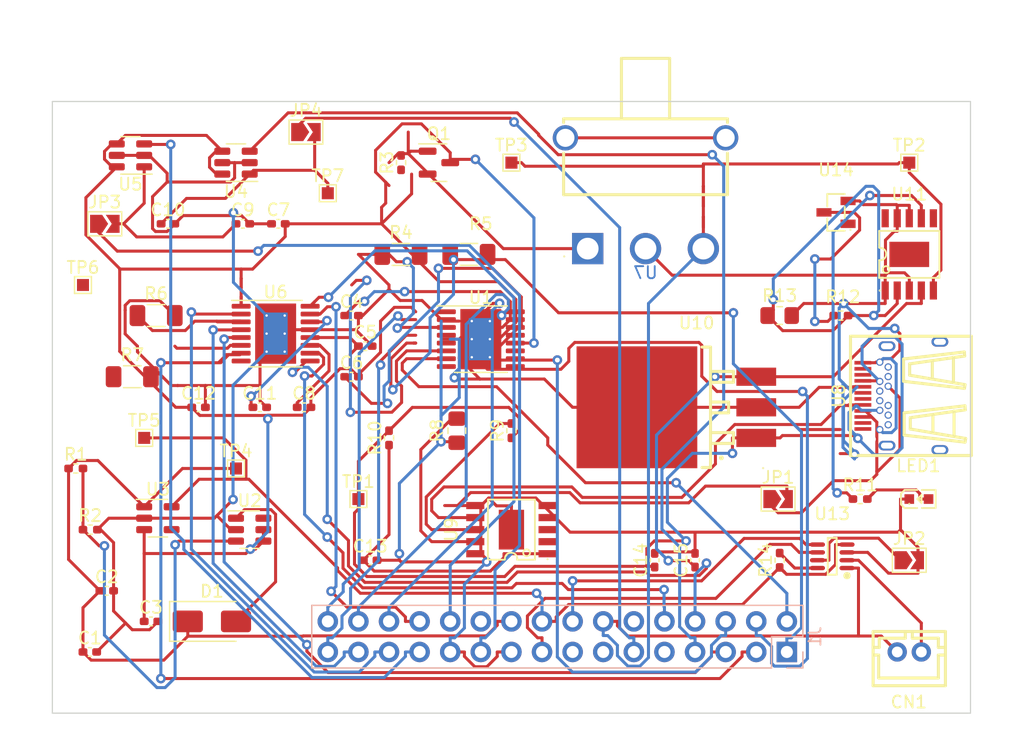
<source format=kicad_pcb>
(kicad_pcb (version 20221018) (generator pcbnew)
  (layers (0 "F.Cu" signal) (31 "B.Cu" signal) (34 "B.Paste" user) (35 "F.Paste" user) (36 "B.SilkS" user "B.Silkscreen") (37 "F.SilkS" user "F.Silkscreen") (38 "B.Mask" user) (39 "F.Mask" user) (44 "Edge.Cuts" user))
  (net 0 "")
  (net 1 "/5V")
  (net 2 "GND")
  (net 3 "/PWR_OUT")
  (net 4 "Net-(U1-VINT)")
  (net 5 "Net-(U1-VCP)")
  (net 6 "Net-(U6-VCP)")
  (net 7 "/EXT_LOAD1_OUT")
  (net 8 "/EXT_LOAD2_OUT")
  (net 9 "Net-(U6-VINT)")
  (net 10 "Net-(U9-VDD)")
  (net 11 "/VBUS")
  (net 12 "/Step_5V")
  (net 13 "/BATT_OUT")
  (net 14 "/BATTERY")
  (net 15 "Net-(D1-A)")
  (net 16 "/MOTOR2_B_OUT")
  (net 17 "/MOTOR2_A_OUT")
  (net 18 "/MOTOR4_A_OUT")
  (net 19 "/MOTOR2_CTRL1")
  (net 20 "/MOTOR4_B_OUT")
  (net 21 "/MOTOR2_CTRL2")
  (net 22 "/CTRL_EXT_LOAD2")
  (net 23 "/MOTOR4_CTRL1")
  (net 25 "/MOTOR4_CTRL2")
  (net 27 "/FAST_CHARGE_CTRL")
  (net 29 "/I2C1_SCL")
  (net 30 "/I2C1_SDA")
  (net 31 "/3V3")
  (net 32 "/9V")
  (net 33 "/MOTOR3_CTRL1")
  (net 34 "/CTRL_EXT_LOAD1")
  (net 35 "/MOTOR3_CTRL2")
  (net 36 "/MOTOR3_A_OUT")
  (net 37 "/MOTOR1_CTRL1")
  (net 38 "/MOTOR3_B_OUT")
  (net 39 "/MOTOR1_CTRL2")
  (net 40 "/MOTOR1_B_OUT")
  (net 41 "/MOTOR1_A_OUT")
  (net 42 "Net-(JP1-A)")
  (net 43 "/CC2")
  (net 44 "Net-(JP2-A)")
  (net 45 "Net-(LED1-A)")
  (net 46 "Net-(Q1-G)")
  (net 47 "Net-(U2-FB)")
  (net 48 "Net-(U1-AISEN)")
  (net 49 "Net-(U1-BISEN)")
  (net 50 "Net-(U6-AISEN)")
  (net 51 "Net-(U6-BISEN)")
  (net 52 "Net-(U9-CFG1)")
  (net 53 "Net-(U9-VBUS)")
  (net 54 "Net-(U11-CHRG)")
  (net 55 "Net-(U14-C)")
  (net 56 "/PROG")
  (net 57 "Net-(U13-A1)")
  (net 62 "unconnected-(U7-EH-Pad4)")
  (net 68 "/CC1")
  (net 88 "/FAST_CHARGE")
  (net 89 "Net-(JP3-B)")
  (net 90 "Net-(JP4-B)")
  (footprint "ina219:SOT-23-8_L3.0-W1.7-P0.65-LS2.8-BR" (layer "F.Cu") (at 242.5261 88.5749)
    (fp_text reference "U13")
    (fp_text value "INA219AIDCNR")
  )
  (footprint "Capacitor_SMD:C_0402_1005Metric_Pad0.74x0.62mm_HandSolder" (layer "F.Cu") (at 202.6325 68.58)
    (fp_text reference "C4")
    (fp_text value "2.2 uF")
  )
  (footprint "Capacitor_SMD:C_0402_1005Metric_Pad0.74x0.62mm_HandSolder" (layer "F.Cu") (at 227.79 88.9 90)
    (fp_text reference "C14")
    (fp_text value "10uF")
  )
  (footprint "Jumper:SolderJumper-2_P1.3mm_Open_TrianglePad1.0x1.5mm" (layer "F.Cu") (at 248.92 88.9)
    (fp_text reference "JP2")
    (fp_text value "Jumper_2_Open")
  )
  (footprint "Resistor_SMD:R_1206_3216Metric_Pad1.30x1.75mm_HandSolder" (layer "F.Cu") (at 212.37 63.5)
    (fp_text reference "R5")
    (fp_text value "1")
  )
  (footprint "Capacitor_SMD:C_0402_1005Metric_Pad0.74x0.62mm_HandSolder" (layer "F.Cu") (at 203.7675 71.12)
    (fp_text reference "C5")
    (fp_text value "10 uF")
  )
  (footprint "Resistor_SMD:R_1206_3216Metric_Pad1.30x1.75mm_HandSolder" (layer "F.Cu") (at 206.73 63.5)
    (fp_text reference "R4")
    (fp_text value "1")
  )
  (footprint "Resistor_SMD:R_0402_1005Metric_Pad0.72x0.64mm_HandSolder" (layer "F.Cu") (at 206.74 55.88 90)
    (fp_text reference "R3")
    (fp_text value "47k")
  )
  (footprint "TestPoint:TestPoint_Pad_1.0x1.0mm" (layer "F.Cu") (at 248.92 55.88)
    (fp_text reference "TP2")
    (fp_text value "TestPoint")
  )
  (footprint "Resistor_SMD:R_0402_1005Metric_Pad0.72x0.64mm_HandSolder" (layer "F.Cu") (at 179.7425 81.28)
    (fp_text reference "R1")
    (fp_text value "75k")
  )
  (footprint "TestPoint:TestPoint_Pad_1.0x1.0mm" (layer "F.Cu") (at 215.9 55.88)
    (fp_text reference "TP3")
    (fp_text value "TestPoint")
  )
  (footprint "Resistor_SMD:R_1206_3216Metric_Pad1.30x1.75mm_HandSolder" (layer "F.Cu") (at 186.41 68.58)
    (fp_text reference "R6")
    (fp_text value "0.5")
  )
  (footprint "TestPoint:TestPoint_Pad_1.0x1.0mm" (layer "F.Cu") (at 180.34 66.04)
    (fp_text reference "TP6")
    (fp_text value "External Load out")
  )
  (footprint "Capacitor_SMD:C_0402_1005Metric_Pad0.74x0.62mm_HandSolder" (layer "F.Cu") (at 204.1775 88.9)
    (fp_text reference "C13")
    (fp_text value "1uF")
  )
  (footprint "Capacitor_SMD:C_0402_1005Metric_Pad0.74x0.62mm_HandSolder" (layer "F.Cu") (at 180.9075 96.52)
    (fp_text reference "C1")
    (fp_text value "1uF")
  )
  (footprint "npn-new:SW-TH_K3-1391B-51" (layer "F.Cu") (at 227.0299 58.42 180)
    (fp_text reference "U7")
    (fp_text value "K3-1391B-51")
  )
  (footprint "batt_conn:CONN-TH_B2B-PH-K-S" (layer "F.Cu") (at 248.92 96.52 180)
    (fp_text reference "CN1")
    (fp_text value "B2B-PH-K-S(LF)(SN)")
  )
  (footprint "Resistor_SMD:R_0805_2012Metric_Pad1.20x1.40mm_HandSolder" (layer "F.Cu") (at 211.37 78.1425 90)
    (fp_text reference "R8")
    (fp_text value "6.8k")
  )
  (footprint "Capacitor_SMD:C_0402_1005Metric_Pad0.74x0.62mm_HandSolder" (layer "F.Cu") (at 185.9875 93.98)
    (fp_text reference "C3")
    (fp_text value "1uF")
  )
  (footprint "Package_SO:HTSSOP-16-1EP_4.4x5mm_P0.65mm_EP3.4x5mm_Mask2.46x2.31mm_ThermalVias" (layer "F.Cu") (at 213.36 70.54)
    (fp_text reference "U1")
    (fp_text value "DRV8833PWP")
  )
  (footprint "Package_TO_SOT_SMD:SOT-23-6" (layer "F.Cu") (at 184.2825 55.2753 180)
    (fp_text reference "U5")
    (fp_text value "TPS22929D")
  )
  (footprint "npn-new:SOT-23-3_L2.9-W1.3-P1.90-LS2.4-BR" (layer "F.Cu") (at 242.84 60.01)
    (fp_text reference "U14")
    (fp_text value "MMBT2222A_C8512")
  )
  (footprint "lm7805_low:TO-263-3_L8.6-W10.2-P2.54-LS14.4-BR" (layer "F.Cu") (at 231.2682 76.2)
    (fp_text reference "U10")
    (fp_text value "LM7805S/TR")
  )
  (footprint "Capacitor_SMD:C_0402_1005Metric_Pad0.74x0.62mm_HandSolder" (layer "F.Cu") (at 231.14 88.9 90)
    (fp_text reference "C15")
    (fp_text value "10uF")
  )
  (footprint "Resistor_SMD:R_0402_1005Metric_Pad0.72x0.64mm_HandSolder" (layer "F.Cu") (at 238.1625 88.9 90)
    (fp_text reference "R14")
    (fp_text value "1k")
  )
  (footprint "led101:LED0603-RD" (layer "F.Cu") (at 249.7195 83.8201)
    (fp_text reference "LED1")
    (fp_text value "KT-0603R")
  )
  (footprint "TestPoint:TestPoint_Pad_1.0x1.0mm" (layer "F.Cu") (at 193.04 81.28)
    (fp_text reference "TP4")
    (fp_text value "5V out")
  )
  (footprint "Resistor_SMD:R_0402_1005Metric_Pad0.72x0.64mm_HandSolder" (layer "F.Cu") (at 244.8414 83.82)
    (fp_text reference "R11")
    (fp_text value "1k")
  )
  (footprint "Resistor_SMD:R_0402_1005Metric_Pad0.72x0.64mm_HandSolder" (layer "F.Cu") (at 180.9375 86.36)
    (fp_text reference "R2")
    (fp_text value "10k")
  )
  (footprint "tc4056:ESSOP-10_L4.9-W3.9-P1.0-LS6.0-TL-EP" (layer "F.Cu") (at 248.9199 63.5001)
    (fp_text reference "U11")
    (fp_text value "TC4056A")
  )
  (footprint "Capacitor_SMD:C_0402_1005Metric_Pad0.74x0.62mm_HandSolder" (layer "F.Cu") (at 182.3125 91.44)
    (fp_text reference "C2")
    (fp_text value "1uF")
  )
  (footprint "ch224:ESSOP-10_L4.9-W3.9-P1.0-LS6.0-TL-EP" (layer "F.Cu") (at 215.9 86.36 90)
    (fp_text reference "U9")
    (fp_text value "CH224K")
  )
  (footprint "Jumper:SolderJumper-2_P1.3mm_Open_TrianglePad1.0x1.5mm" (layer "F.Cu") (at 238.035 83.82)
    (fp_text reference "JP1")
    (fp_text value "Jumper_2_Open")
  )
  (footprint "TestPoint:TestPoint_Pad_1.0x1.0mm" (layer "F.Cu") (at 185.42 78.74)
    (fp_text reference "TP5")
    (fp_text value "3.3V out")
  )
  (footprint "Package_TO_SOT_SMD:SOT-23-6" (layer "F.Cu") (at 193.04 55.88 180)
    (fp_text reference "U4")
    (fp_text value "TPS22929D")
  )
  (footprint "Capacitor_SMD:C_0402_1005Metric_Pad0.74x0.62mm_HandSolder" (layer "F.Cu") (at 189.9325 76.2)
    (fp_text reference "C12")
    (fp_text value "10 uF")
  )
  (footprint "Capacitor_SMD:C_0402_1005Metric_Pad0.74x0.62mm_HandSolder" (layer "F.Cu") (at 198.6875 76.2)
    (fp_text reference "C8")
    (fp_text value "10nF")
  )
  (footprint "TestPoint:TestPoint_Pad_1.0x1.0mm" (layer "F.Cu") (at 203.2 83.82)
    (fp_text reference "TP1")
    (fp_text value "TestPoint")
  )
  (footprint "Capacitor_SMD:C_0402_1005Metric_Pad0.74x0.62mm_HandSolder" (layer "F.Cu") (at 187.3925 60.96)
    (fp_text reference "C10")
    (fp_text value "1uF")
  )
  (footprint "Resistor_SMD:R_0805_2012Metric_Pad1.20x1.40mm_HandSolder" (layer "F.Cu") (at 238.1625 68.58)
    (fp_text reference "R13")
    (fp_text value "5.6k")
  )
  (footprint "Diode_SMD:D_SMA" (layer "F.Cu") (at 191.04 93.98)
    (fp_text reference "D1")
    (fp_text value "D_Schottky")
  )
  (footprint "Resistor_SMD:R_0402_1005Metric_Pad0.72x0.64mm_HandSolder" (layer "F.Cu") (at 243.2425 68.58)
    (fp_text reference "R12")
    (fp_text value "2k")
  )
  (footprint "Resistor_SMD:R_0402_1005Metric_Pad0.72x0.64mm_HandSolder" (layer "F.Cu") (at 205.74 78.74 90)
    (fp_text reference "R10")
    (fp_text value "1k")
  )
  (footprint "Jumper:SolderJumper-2_P1.3mm_Open_TrianglePad1.0x1.5mm" (layer "F.Cu") (at 182.155 60.96)
    (fp_text reference "JP3")
    (fp_text value "Jumper_2_Open")
  )
  (footprint "Capacitor_SMD:C_0402_1005Metric_Pad0.74x0.62mm_HandSolder" (layer "F.Cu") (at 202.6325 73.66)
    (fp_text reference "C6")
    (fp_text value "10nF")
  )
  (footprint "Package_TO_SOT_SMD:SOT-23-5" (layer "F.Cu") (at 186.5575 85.41)
    (fp_text reference "U3")
    (fp_text value "AP2112K-3.3")
  )
  (footprint "Capacitor_SMD:C_0402_1005Metric_Pad0.74x0.62mm_HandSolder" (layer "F.Cu") (at 196.5575 60.96)
    (fp_text reference "C7")
    (fp_text value "1uF")
  )
  (footprint "Resistor_SMD:R_1206_3216Metric_Pad1.30x1.75mm_HandSolder" (layer "F.Cu") (at 184.43 73.66)
    (fp_text reference "R7")
    (fp_text value "0.5")
  )
  (footprint "Package_SO:HTSSOP-16-1EP_4.4x5mm_P0.65mm_EP3.4x5mm_Mask2.46x2.31mm_ThermalVias" (layer "F.Cu") (at 196.33 70.08)
    (fp_text reference "U6")
    (fp_text value "DRV8833PWP")
  )
  (footprint "Capacitor_SMD:C_0402_1005Metric_Pad0.74x0.62mm_HandSolder" (layer "F.Cu") (at 193.6075 60.96)
    (fp_text reference "C9")
    (fp_text value "1uF")
  )
  (footprint "usb c:USB-C-SMD_C67380" (layer "F.Cu") (at 248.2647 75.2498 90)
    (fp_text reference "U8")
    (fp_text value "FUC-24F11-SNLB1")
  )
  (footprint "TestPoint:TestPoint_Pad_1.0x1.0mm" (layer "F.Cu") (at 200.66 58.42)
    (fp_text reference "TP7")
    (fp_text value "Ext load out")
  )
  (footprint "Resistor_SMD:R_0402_1005Metric_Pad0.72x0.64mm_HandSolder" (layer "F.Cu") (at 215.9 78.1425 90)
    (fp_text reference "R9")
    (fp_text value "10k")
  )
  (footprint "Capacitor_SMD:C_0402_1005Metric_Pad0.74x0.62mm_HandSolder" (layer "F.Cu") (at 195.0125 76.2)
    (fp_text reference "C11")
    (fp_text value "2.2 uF")
  )
  (footprint "Package_TO_SOT_SMD:SOT-23" (layer "F.Cu") (at 209.8825 55.88)
    (fp_text reference "Q1")
    (fp_text value "AO3401A")
  )
  (footprint "Package_TO_SOT_SMD:SOT-23-6" (layer "F.Cu") (at 194.1775 86.36)
    (fp_text reference "U2")
    (fp_text value "MT3608")
  )
  (footprint "Jumper:SolderJumper-2_P1.3mm_Open_TrianglePad1.0x1.5mm" (layer "F.Cu") (at 198.845 53.34)
    (fp_text reference "JP4")
    (fp_text value "Jumper_2_Open")
  )
  (footprint "Connector_PinHeader_2.54mm:PinHeader_2x16_P2.54mm_Vertical" (layer "B.Cu") (at 238.76 96.52 90)
    (fp_text reference "J1")
    (fp_text value "Conn_02x16_Odd_Even")
  )
  (gr_line (start 177.8 50.8) (end 177.8 101.6) (stroke (width 0.1)) (layer "Edge.Cuts"))
  (gr_line (start 254 50.8) (end 254 101.6) (stroke (width 0.1)) (layer "Edge.Cuts"))
  (gr_line (start 177.8 101.6) (end 254 101.6) (stroke (width 0.1)) (layer "Edge.Cuts"))
  (gr_line (start 177.8 50.8) (end 254 50.8) (stroke (width 0.1)) (layer "Edge.Cuts"))
  (segment (start 181.745 91.44) (end 179.145 88.84) (width 0.25) (layer "F.Cu") (net 1))
  (segment (start 179.145 88.84) (end 179.145 81.28) (width 0.25) (layer "F.Cu") (net 1))
  (segment (start 214.723 94.2974) (end 213.836 95.1842) (width 0.25) (layer "F.Cu") (net 1))
  (segment (start 179.806 80.6187) (end 179.145 81.28) (width 0.25) (layer "F.Cu") (net 1))
  (segment (start 188.6 81.28) (end 185.42 84.46) (width 0.25) (layer "F.Cu") (net 1))
  (segment (start 181.579 80.6187) (end 179.806 80.6187) (width 0.25) (layer "F.Cu") (net 1))
  (segment (start 213.836 95.1842) (end 198.622 95.1842) (width 0.25) (layer "F.Cu") (net 1))
  (segment (start 189.04 95.2095) (end 187.05 97.1995) (width 0.25) (layer "F.Cu") (net 1))
  (segment (start 214.723 93.98) (end 214.723 94.2974) (width 0.25) (layer "F.Cu") (net 1))
  (segment (start 181.745 91.44) (end 180.34 92.845) (width 0.25) (layer "F.Cu") (net 1))
  (segment (start 185.42 84.46) (end 181.579 80.6187) (width 0.25) (layer "F.Cu") (net 1))
  (segment (start 193.04 81.28) (end 188.6 81.28) (width 0.25) (layer "F.Cu") (net 1))
  (segment (start 181.02 97.1995) (end 180.34 96.52) (width 0.25) (layer "F.Cu") (net 1))
  (segment (start 198.622 95.1842) (end 198.596 95.2095) (width 0.25) (layer "F.Cu") (net 1))
  (segment (start 189.04 95.2095) (end 189.04 93.98) (width 0.25) (layer "F.Cu") (net 1))
  (segment (start 180.34 92.845) (end 180.34 96.52) (width 0.25) (layer "F.Cu") (net 1))
  (segment (start 198.596 95.2095) (end 189.04 95.2095) (width 0.25) (layer "F.Cu") (net 1))
  (segment (start 215.9 93.98) (end 214.723 93.98) (width 0.25) (layer "F.Cu") (net 1))
  (segment (start 187.05 97.1995) (end 181.02 97.1995) (width 0.25) (layer "F.Cu") (net 1))
  (segment (start 192.826 60.2756) (end 188.644 60.2756) (width 0.25) (layer "F.Cu") (net 2))
  (segment (start 186.727 67.3467) (end 187.96 68.58) (width 0.25) (layer "F.Cu") (net 2))
  (segment (start 211.87 72.04) (end 211.669 72.2408) (width 0.25) (layer "F.Cu") (net 2))
  (segment (start 213.36 84.383) (end 214.01 83.733) (width 0.25) (layer "F.Cu") (net 2))
  (segment (start 243.7522 88.25) (end 243.752 88.25) (width 0.25) (layer "F.Cu") (net 2))
  (segment (start 197.08 68.58) (end 195.58 68.58) (width 0.25) (layer "F.Cu") (net 2))
  (segment (start 246.4702 72.4499) (end 246.47 72.4499) (width 0.25) (layer "F.Cu") (net 2))
  (segment (start 195.034 75.6541) (end 195.034 74.3927) (width 0.25) (layer "F.Cu") (net 2))
  (segment (start 213.864 97.7465) (end 214.723 96.8878) (width 0.25) (layer "F.Cu") (net 2))
  (segment (start 196.33 70.08) (end 195.58 70.08) (width 0.25) (layer "F.Cu") (net 2))
  (segment (start 213.28 73.8521) (end 211.2783 73.8521) (width 0.25) (layer "F.Cu") (net 2))
  (segment (start 210.06 79.0582) (end 211.286 79.0582) (width 0.25) (layer "F.Cu") (net 2))
  (segment (start 190.5 74.3927) (end 188.197 74.3927) (width 0.25) (layer "F.Cu") (net 2))
  (segment (start 239.162 68.58) (end 239.808 67.9344) (width 0.25) (layer "F.Cu") (net 2))
  (segment (start 246.943 64.854) (end 246.943 62.3146) (width 0.25) (layer "F.Cu") (net 2))
  (segment (start 197.08 70.08) (end 196.33 70.08) (width 0.25) (layer "F.Cu") (net 2))
  (segment (start 246.308 72.4499) (end 246.47 72.4499) (width 0.25) (layer "F.Cu") (net 2))
  (segment (start 220.766 86.5684) (end 231.14 86.5684) (width 0.25) (layer "F.Cu") (net 2))
  (segment (start 211.669 72.2408) (end 211.57 72.1416) (width 0.25) (layer "F.Cu") (net 2))
  (segment (start 187.322 61.598) (end 186.357 61.598) (width 0.25) (layer "F.Cu") (net 2))
  (segment (start 239.162 68.5797) (end 239.162 68.5795) (width 0.25) (layer "F.Cu") (net 2))
  (segment (start 215.8999 86.3599) (end 215.9 86.3599) (width 0.25) (layer "F.Cu") (net 2))
  (segment (start 203.561 68.58) (end 205.74 66.4008) (width 0.25) (layer "F.Cu") (net 2))
  (segment (start 190.5 74.3927) (end 190.5 76.2) (width 0.25) (layer "F.Cu") (net 2))
  (segment (start 248.193 83.8202) (end 248.193 86.3712) (width 0.25) (layer "F.Cu") (net 2))
  (segment (start 213.36 70.54) (end 212.61 70.54) (width 0.25) (layer "F.Cu") (net 2))
  (segment (start 203.2 68.58) (end 203.2 69.525) (width 0.25) (layer "F.Cu") (net 2))
  (segment (start 226.3163 76.2) (end 220.979 76.2) (width 0.25) (layer "F.Cu") (net 2))
  (segment (start 239.808 67.9344) (end 239.808 67.9341) (width 0.25) (layer "F.Cu") (net 2))
  (segment (start 211.895 70.215) (end 213.682 70.215) (width 0.25) (layer "F.Cu") (net 2))
  (segment (start 247.996 86.5684) (end 231.14 86.5684) (width 0.25) (layer "F.Cu") (net 2))
  (segment (start 212.22 70.54) (end 211.895 70.215) (width 0.25) (layer "F.Cu") (net 2))
  (segment (start 241.435 74.5447) (end 244.212 74.5447) (width 0.25) (layer "F.Cu") (net 2))
  (segment (start 249.645 88.9) (end 249.645 89.9769) (width 0.25) (layer "F.Cu") (net 2))
  (segment (start 205.18 63.5) (end 203.2 63.5) (width 0.25) (layer "F.Cu") (net 2))
  (segment (start 212.858 97.7465) (end 213.864 97.7465) (width 0.25) (layer "F.Cu") (net 2))
  (segment (start 195.99 60.96) (end 194.175 60.96) (width 0.25) (layer "F.Cu") (net 2))
  (segment (start 247.681 61.5769) (end 247.92 61.5769) (width 0.25) (layer "F.Cu") (net 2))
  (segment (start 184.86 71.5853) (end 184.86 71.12) (width 0.25) (layer "F.Cu") (net 2))
  (segment (start 210.07 70.54) (end 211.57 70.54) (width 0.25) (layer "F.Cu") (net 2))
  (segment (start 240.165 67.5771) (end 239.808 67.9341) (width 0.25) (layer "F.Cu") (net 2))
  (segment (start 212.61 72.04) (end 211.87 72.04) (width 0.25) (layer "F.Cu") (net 2))
  (segment (start 197.08 70.08) (end 197.405 69.755) (width 0.25) (layer "F.Cu") (net 2))
  (segment (start 245.098 59.3657) (end 247.861 59.3657) (width 0.25) (layer "F.Cu") (net 2))
  (segment (start 182.88 93.1198) (end 182.88 91.44) (width 0.25) (layer "F.Cu") (net 2))
  (segment (start 184.226 67.3467) (end 186.727 67.3467) (width 0.25) (layer "F.Cu") (net 2))
  (segment (start 183.878 94.1174) (end 181.475 96.52) (width 0.25) (layer "F.Cu") (net 2))
  (segment (start 183.878 94.1174) (end 182.88 93.1198) (width 0.25) (layer "F.Cu") (net 2))
  (segment (start 248.137 70.0766) (end 247.711 69.6509) (width 0.25) (layer "F.Cu") (net 2))
  (segment (start 236.22 76.2) (end 239.779 76.2) (width 0.25) (layer "F.Cu") (net 2))
  (segment (start 218.632 73.8521) (end 213.28 73.8521) (width 0.25) (layer "F.Cu") (net 2))
  (segment (start 183.844 68.1315) (end 183.844 67.7293) (width 0.25) (layer "F.Cu") (net 2))
  (segment (start 247.92 59.4248) (end 247.92 59.4231) (width 0.25) (layer "F.Cu") (net 2))
  (segment (start 194.1775 55.88) (end 194.178 55.88) (width 0.25) (layer "F.Cu") (net 2))
  (segment (start 212.61 70.54) (end 212.22 70.54) (width 0.25) (layer "F.Cu") (net 2))
  (segment (start 239.162 68.5797) (end 239.1622 68.5797) (width 0.25) (layer "F.Cu") (net 2))
  (segment (start 249.645 89.9769) (end 247.194 89.9769) (width 0.25) (layer "F.Cu") (net 2))
  (segment (start 227.913 88.2097) (end 227.79 88.3325) (width 0.25) (layer "F.Cu") (net 2))
  (segment (start 188.197 74.3927) (end 188.195 74.3912) (width 0.25) (layer "F.Cu") (net 2))
  (segment (start 217.931 83.733) (end 220.766 86.5684) (width 0.25) (layer "F.Cu") (net 2))
  (segment (start 195.58 76.2) (end 195.034 75.6541) (width 0.25) (layer "F.Cu") (net 2))
  (segment (start 192.925 57.1451) (end 192.581 57.4895) (width 0.25) (layer "F.Cu") (net 2))
  (segment (start 183.842 68.133) (end 183.844 68.1315) (width 0.25) (layer "F.Cu") (net 2))
  (segment (start 187.96 60.96) (end 187.322 61.598) (width 0.25) (layer "F.Cu") (net 2))
  (segment (start 213.845 88.822) (end 213.36 88.3368) (width 0.25) (layer "F.Cu") (net 2))
  (segment (start 191.9025 55.88) (end 192.925 55.88) (width 0.25) (layer "F.Cu") (net 2))
  (segment (start 197.08 71.58) (end 195.58 71.58) (width 0.25) (layer "F.Cu") (net 2))
  (segment (start 192.581 57.4895) (end 187.326 57.4895) (width 0.25) (layer "F.Cu") (net 2))
  (segment (start 210.07 68.9175) (end 210.07 69.04) (width 0.25) (layer "F.Cu") (net 2))
  (segment (start 220.979 76.2) (end 218.632 73.8521) (width 0.25) (layer "F.Cu") (net 2))
  (segment (start 246.308 72.4499) (end 246.47 72.4499) (width 0.25) (layer "F.Cu") (net 2))
  (segment (start 231.14 88.3325) (end 231.017 88.2097) (width 0.25) (layer "F.Cu") (net 2))
  (segment (start 214.01 83.733) (end 217.931 83.733) (width 0.25) (layer "F.Cu") (net 2))
  (segment (start 202.97 69.755) (end 204.335 71.12) (width 0.25) (layer "F.Cu") (net 2))
  (segment (start 186.114 58.7024) (end 187.326 57.4895) (width 0.25) (layer "F.Cu") (net 2))
  (segment (start 247.92 60.5) (end 247.92 59.4248) (width 0.25) (layer "F.Cu") (net 2))
  (segment (start 185.42 85.41) (end 191.242 85.41) (width 0.25) (layer "F.Cu") (net 2))
  (segment (start 231.14 88.3325) (end 231.14 86.5684) (width 0.25) (layer "F.Cu") (net 2))
  (segment (start 247.92 59.4231) (end 248.92 59.4231) (width 0.25) (layer "F.Cu") (net 2))
  (segment (start 247.92 61.5769) (end 247.92 60.5) (width 0.25) (layer "F.Cu") (net 2))
  (segment (start 195.034 72.1259) (end 195.58 71.58) (width 0.25) (layer "F.Cu") (net 2))
  (segment (start 244.586 80.0946) (end 244.376 80.0946) (width 0.25) (layer "F.Cu") (net 2))
  (segment (start 211.997 96.8858) (end 212.858 97.7465) (width 0.25) (layer "F.Cu") (net 2))
  (segment (start 229.235 65.2255) (end 227.03 63.0201) (width 0.25) (layer "F.Cu") (net 2))
  (segment (start 211.57 70.54) (end 211.895 70.215) (width 0.25) (layer "F.Cu") (net 2))
  (segment (start 185.862 94.6731) (end 186.555 93.98) (width 0.25) (layer "F.Cu") (net 2))
  (segment (start 248.92 65.4233) (end 248.525 65.0282) (width 0.25) (layer "F.Cu") (net 2))
  (segment (start 245.0694 72.5) (end 246.096 72.5) (width 0.25) (layer "F.Cu") (net 2))
  (segment (start 208.481 67.3287) (end 210.07 68.9175) (width 0.25) (layer "F.Cu") (net 2))
  (segment (start 187.326 57.4895) (end 187.326 56.7664) (width 0.25) (layer "F.Cu") (net 2))
  (segment (start 188.195 74.3912) (end 187.666 74.3912) (width 0.25) (layer "F.Cu") (net 2))
  (segment (start 239.779 76.2) (end 241.435 74.5447) (width 0.25) (layer "F.Cu") (net 2))
  (segment (start 248.92 66.5002) (end 248.92 65.4233) (width 0.25) (layer "F.Cu") (net 2))
  (segment (start 192.616 86.36) (end 191.454 85.1979) (width 0.25) (layer "F.Cu") (net 2))
  (segment (start 211.57 72.1416) (end 211.57 72.04) (width 0.25) (layer "F.Cu") (net 2))
  (segment (start 239.1622 68.5797) (end 239.1625 68.58) (width 0.25) (layer "F.Cu") (net 2))
  (segment (start 206.74 89.0392) (end 206.6 88.9) (width 0.25) (layer "F.Cu") (net 2))
  (segment (start 239.808 67.9341) (end 239.583 68.1593) (width 0.25) (layer "F.Cu") (net 2))
  (segment (start 193.04 86.36) (end 192.616 86.36) (width 0.25) (layer "F.Cu") (net 2))
  (segment (start 203.2 68.58) (end 203.561 68.58) (width 0.25) (layer "F.Cu") (net 2))
  (segment (start 246.753 72.167) (end 247.423 72.167) (width 0.25) (layer "F.Cu") (net 2))
  (segment (start 249.645 87.8231) (end 249.645 88.9) (width 0.25) (layer "F.Cu") (net 2))
  (segment (start 239.162 68.5795) (end 239.583 68.1593) (width 0.25) (layer "F.Cu") (net 2))
  (segment (start 182.485 85.41) (end 181.535 86.36) (width 0.25) (layer "F.Cu") (net 2))
  (segment (start 188.644 60.2756) (end 187.96 60.96) (width 0.25) (layer "F.Cu") (net 2))
  (segment (start 239.583 68.1593) (end 239.162 68.58) (width 0.25) (layer "F.Cu") (net 2))
  (segment (start 246.92 66.5002) (end 246.92 65.2255) (width 0.25) (layer "F.Cu") (net 2))
  (segment (start 215.9 84.383) (end 214.66 84.383) (width 0.25) (layer "F.Cu") (net 2))
  (segment (start 244.376 80.0946) (end 244.262 80.0946) (width 0.25) (layer "F.Cu") (net 2))
  (segment (start 192.826 60.0394) (end 192.826 60.2756) (width 0.25) (layer "F.Cu") (net 2))
  (segment (start 181.802 86.36) (end 181.535 86.36) (width 0.25) (layer "F.Cu") (net 2))
  (segment (start 182.88 91.44) (end 182.88 87.4379) (width 0.25) (layer "F.Cu") (net 2))
  (segment (start 205.18 63.5) (end 205.142 63.5384) (width 0.25) (layer "F.Cu") (net 2))
  (segment (start 246.096 72.5) (end 246.146 72.4499) (width 0.25) (layer "F.Cu") (net 2))
  (segment (start 191.454 85.1979) (end 192.795 83.8568) (width 0.25) (layer "F.Cu") (net 2))
  (segment (start 206.6 88.9) (end 204.745 88.9) (width 0.25) (layer "F.Cu") (net 2))
  (segment (start 246.943 62.3146) (end 247.681 61.5769) (width 0.25) (layer "F.Cu") (net 2))
  (segment (start 206.668 67.3287) (end 208.481 67.3287) (width 0.25) (layer "F.Cu") (net 2))
  (segment (start 211.997 96.52) (end 211.997 96.8858) (width 0.25) (layer "F.Cu") (net 2))
  (segment (start 236.22 76.2) (end 226.3163 76.2) (width 0.25) (layer "F.Cu") (net 2))
  (segment (start 210.82 96.52) (end 211.997 96.52) (width 0.25) (layer "F.Cu") (net 2))
  (segment (start 231.017 88.2097) (end 227.913 88.2097) (width 0.25) (layer "F.Cu") (net 2))
  (segment (start 213.28 73.8521) (end 211.669 72.2408) (width 0.25) (layer "F.Cu") (net 2))
  (segment (start 248.137 71.4532) (end 248.137 70.0766) (width 0.25) (layer "F.Cu") (net 2))
  (segment (start 214.723 96.8878) (end 214.723 96.52) (width 0.25) (layer "F.Cu") (net 2))
  (segment (start 245.069 72.5) (end 245.0694 72.5) (width 0.25) (layer "F.Cu") (net 2))
  (segment (start 182.88 87.4379) (end 181.802 86.36) (width 0.25) (layer "F.Cu") (net 2))
  (segment (start 246.92 67.5771) (end 243.477 67.5771) (width 0.25) (layer "F.Cu") (net 2))
  (segment (start 185.835 55.2753) (end 185.42 55.2753) (width 0.25) (layer "F.Cu") (net 2))
  (segment (start 244.792 59.06) (end 245.098 59.3657) (width 0.25) (layer "F.Cu") (net 2))
  (segment (start 184.86 71.12) (end 183.842 70.1024) (width 0.25) (layer "F.Cu") (net 2))
  (segment (start 246.92 65.2255) (end 229.235 65.2255) (width 0.25) (layer "F.Cu") (net 2))
  (segment (start 210.07 69.04) (end 211.57 69.04) (width 0.25) (layer "F.Cu") (net 2))
  (segment (start 244.262 74.4946) (end 244.586 74.4946) (width 0.25) (layer "F.Cu") (net 2))
  (segment (start 246.92 66.5002) (end 246.92 67.5771) (width 0.25) (layer "F.Cu") (net 2))
  (segment (start 247.423 72.167) (end 248.137 71.4532) (width 0.25) (layer "F.Cu") (net 2))
  (segment (start 194.175 60.96) (end 193.491 60.2756) (width 0.25) (layer "F.Cu") (net 2))
  (segment (start 187.326 56.7664) (end 185.835 55.2753) (width 0.25) (layer "F.Cu") (net 2))
  (segment (start 247.117 65.0282) (end 246.943 64.854) (width 0.25) (layer "F.Cu") (net 2))
  (segment (start 192.925 55.88) (end 192.925 57.1451) (width 0.25) (layer "F.Cu") (net 2))
  (segment (start 184.433 94.6731) (end 185.862 94.6731) (width 0.25) (layer "F.Cu") (net 2))
  (segment (start 248.92 59.4231) (end 248.92 60.5) (width 0.25) (layer "F.Cu") (net 2))
  (segment (start 244.212 74.5447) (end 244.262 74.4946) (width 0.25) (layer "F.Cu") (net 2))
  (segment (start 214.66 84.383) (end 214.01 83.733) (width 0.25) (layer "F.Cu") (net 2))
  (segment (start 248.525 65.0282) (end 247.117 65.0282) (width 0.25) (layer "F.Cu") (net 2))
  (segment (start 197.405 69.755) (end 199.1925 69.755) (width 0.25) (layer "F.Cu") (net 2))
  (segment (start 183.145 55.2753) (end 185.42 55.2753) (width 0.25) (layer "F.Cu") (net 2))
  (segment (start 205.74 66.4008) (end 205.74 66.04) (width 0.25) (layer "F.Cu") (net 2))
  (segment (start 247.194 89.9769) (end 245.468 88.25) (width 0.25) (layer "F.Cu") (net 2))
  (segment (start 183.842 70.1024) (end 183.842 68.133) (width 0.25) (layer "F.Cu") (net 2))
  (segment (start 245.468 88.25) (end 243.7522 88.25) (width 0.25) (layer "F.Cu") (net 2))
  (segment (start 247.117 65.0282) (end 246.92 65.2255) (width 0.25) (layer "F.Cu") (net 2))
  (segment (start 192.925 55.88) (end 194.1775 55.88) (width 0.25) (layer "F.Cu") (net 2))
  (segment (start 203.2 69.525) (end 202.97 69.755) (width 0.25) (layer "F.Cu") (net 2))
  (segment (start 246.47 72.4499) (end 246.753 72.167) (width 0.25) (layer "F.Cu") (net 2))
  (segment (start 248.193 86.3712) (end 249.645 87.8231) (width 0.25) (layer "F.Cu") (net 2))
  (segment (start 215.9 86.3599) (end 215.9 84.383) (width 0.25) (layer "F.Cu") (net 2))
  (segment (start 195.034 74.3927) (end 195.034 72.1259) (width 0.25) (layer "F.Cu") (net 2))
  (segment (start 244.262 80.0946) (end 244.212 80.0438) (width 0.25) (layer "F.Cu") (net 2))
  (segment (start 213.36 88.3368) (end 213.36 84.383) (width 0.25) (layer "F.Cu") (net 2))
  (segment (start 206.6 88.9) (end 206.6 88.354) (width 0.25) (layer "F.Cu") (net 2))
  (segment (start 247.861 59.3657) (end 247.92 59.4248) (width 0.25) (layer "F.Cu") (net 2))
  (segment (start 186.357 61.598) (end 186.114 61.3548) (width 0.25) (layer "F.Cu") (net 2))
  (segment (start 248.193 86.3712) (end 247.996 86.5684) (width 0.25) (layer "F.Cu") (net 2))
  (segment (start 213.845 89.0392) (end 213.845 88.822) (width 0.25) (layer "F.Cu") (net 2))
  (segment (start 211.286 79.0582) (end 211.37 79.1425) (width 0.25) (layer "F.Cu") (net 2))
  (segment (start 183.878 94.1174) (end 184.433 94.6731) (width 0.25) (layer "F.Cu") (net 2))
  (segment (start 190.5 74.3927) (end 195.034 74.3927) (width 0.25) (layer "F.Cu") (net 2))
  (segment (start 246.146 72.4499) (end 246.308 72.4499) (width 0.25) (layer "F.Cu") (net 2))
  (segment (start 187.666 74.3912) (end 184.86 71.5853) (width 0.25) (layer "F.Cu") (net 2))
  (segment (start 213.845 89.0392) (end 206.74 89.0392) (width 0.25) (layer "F.Cu") (net 2))
  (segment (start 244.212 80.0438) (end 243.185 80.0438) (width 0.25) (layer "F.Cu") (net 2))
  (segment (start 191.242 85.41) (end 191.454 85.1979) (width 0.25) (layer "F.Cu") (net 2))
  (segment (start 243.477 67.5771) (end 240.165 67.5771) (width 0.25) (layer "F.Cu") (net 2))
  (segment (start 199.1925 69.755) (end 202.97 69.755) (width 0.25) (layer "F.Cu") (net 2))
  (segment (start 214.723 96.52) (end 215.9 96.52) (width 0.25) (layer "F.Cu") (net 2))
  (segment (start 191.902 55.88) (end 191.9025 55.88) (width 0.25) (layer "F.Cu") (net 2))
  (segment (start 186.114 61.3548) (end 186.114 58.7024) (width 0.25) (layer "F.Cu") (net 2))
  (segment (start 239.162 68.58) (end 239.162 68.5797) (width 0.25) (layer "F.Cu") (net 2))
  (segment (start 211.2783 73.8521) (end 211.1656 73.7394) (width 0.25) (layer "F.Cu") (net 2))
  (segment (start 185.42 85.41) (end 182.485 85.41) (width 0.25) (layer "F.Cu") (net 2))
  (segment (start 183.844 67.7293) (end 184.226 67.3467) (width 0.25) (layer "F.Cu") (net 2))
  (segment (start 205.74 66.4008) (end 206.668 67.3287) (width 0.25) (layer "F.Cu") (net 2))
  (segment (start 203.2 63.5) (end 205.74 66.04) (width 0.25) (layer "F.Cu") (net 2))
  (segment (start 243.84 59.06) (end 244.792 59.06) (width 0.25) (layer "F.Cu") (net 2))
  (segment (start 248.92 83.8202) (end 248.193 83.8202) (width 0.25) (layer "F.Cu") (net 2))
  (segment (start 193.491 60.2756) (end 192.826 60.2756) (width 0.25) (layer "F.Cu") (net 2))
  (via (at 206.6 88.354) (size 0.8) (drill 0.4) (layers "F.Cu" "B.Cu") (net 2))
  (via (at 211.1656 73.7394) (size 0.8) (drill 0.4) (layers "F.Cu" "B.Cu") (net 2))
  (via (at 192.795 83.8568) (size 0.8) (drill 0.4) (layers "F.Cu" "B.Cu") (net 2))
  (via (at 213.845 89.0392) (size 0.8) (drill 0.4) (layers "F.Cu" "B.Cu") (net 2))
  (via (at 247.711 69.6509) (size 0.8) (drill 0.4) (layers "F.Cu" "B.Cu") (net 2))
  (via (at 210.06 79.0582) (size 0.8) (drill 0.4) (layers "F.Cu" "B.Cu") (net 2))
  (via (at 192.826 60.0394) (size 0.8) (drill 0.4) (layers "F.Cu" "B.Cu") (net 2))
  (via (at 244.376 80.0946) (size 0.8) (drill 0.4) (layers "F.Cu" "B.Cu") (net 2))
  (via (at 243.477 67.5771) (size 0.8) (drill 0.4) (layers "F.Cu" "B.Cu") (net 2))
  (segment (start 246.6206 72.2994) (end 246.6954 72.2246) (width 0.25) (layer "B.Cu") (net 2))
  (segment (start 246.72 78.2997) (end 246.595 78.1748) (width 0.25) (layer "B.Cu") (net 2))
  (segment (start 211.57 75.3971) (end 210.06 76.9071) (width 0.25) (layer "B.Cu") (net 2))
  (segment (start 210.82 70.54) (end 211.57 70.54) (width 0.25) (layer "B.Cu") (net 2))
  (segment (start 210.82 96.52) (end 210.82 95.3431) (width 0.25) (layer "B.Cu") (net 2))
  (segment (start 247.387 72.1521) (end 247.832 72.5967) (width 0.25) (layer "B.Cu") (net 2))
  (segment (start 247.832 72.5967) (end 247.832 77.9301) (width 0.25) (layer "B.Cu") (net 2))
  (segment (start 245.551 69.6509) (end 247.711 69.6509) (width 0.25) (layer "B.Cu") (net 2))
  (segment (start 210.06 76.9071) (end 210.06 79.0582) (width 0.25) (layer "B.Cu") (net 2))
  (segment (start 246.768 72.1521) (end 247.387 72.1521) (width 0.25) (layer "B.Cu") (net 2))
  (segment (start 210.82 95.3431) (end 211.188 95.3431) (width 0.25) (layer "B.Cu") (net 2))
  (segment (start 246.47 72.4498) (end 246.619 72.301) (width 0.25) (layer "B.Cu") (net 2))
  (segment (start 247.462 78.2997) (end 246.72 78.2997) (width 0.25) (layer "B.Cu") (net 2))
  (segment (start 211.57 72.9685) (end 211.57 75.3971) (width 0.25) (layer "B.Cu") (net 2))
  (segment (start 243.477 67.5771) (end 245.551 69.6509) (width 0.25) (layer "B.Cu") (net 2))
  (segment (start 211.997 90.8874) (end 213.845 89.0392) (width 0.25) (layer "B.Cu") (net 2))
  (segment (start 246.6955 72.2246) (end 246.768 72.1521) (width 0.25) (layer "B.Cu") (net 2))
  (segment (start 243.464 75.6165) (end 243.464 78.9727) (width 0.25) (layer "B.Cu") (net 2))
  (segment (start 206.6 82.5182) (end 206.6 88.354) (width 0.25) (layer "B.Cu") (net 2))
  (segment (start 211.188 95.3431) (end 211.997 94.5341) (width 0.25) (layer "B.Cu") (net 2))
  (segment (start 244.586 74.4946) (end 244.165 74.9153) (width 0.25) (layer "B.Cu") (net 2))
  (segment (start 210.07 69.04) (end 210.07 72.04) (width 0.25) (layer "B.Cu") (net 2))
  (segment (start 246.4702 72.4499) (end 246.6206 72.2995) (width 0.25) (layer "B.Cu") (net 2))
  (segment (start 192.826 65.826) (end 192.826 60.0394) (width 0.25) (layer "B.Cu") (net 2))
  (segment (start 243.416 74.1665) (end 243.416 79.527) (width 0.25) (layer "B.Cu") (net 2))
  (segment (start 197.08 70.08) (end 197.08 68.58) (width 0.25) (layer "B.Cu") (net 2))
  (segment (start 210.07 72.04) (end 210.06 72.0496) (width 0.25) (layer "B.Cu") (net 2))
  (segment (start 246.6955 72.2246) (end 246.47 72.4499) (width 0.25) (layer "B.Cu") (net 2))
  (segment (start 246.6206 72.2995) (end 246.6206 72.2994) (width 0.25) (layer "B.Cu") (net 2))
  (segment (start 243.416 79.527) (end 244.376 80.4865) (width 0.25) (layer "B.Cu") (net 2))
  (segment (start 243.106 67.9483) (end 243.477 67.5771) (width 0.25) (layer "B.Cu") (net 2))
  (segment (start 211.57 70.54) (end 211.57 72.9685) (width 0.25) (layer "B.Cu") (net 2))
  (segment (start 197.08 71.58) (end 197.08 70.08) (width 0.25) (layer "B.Cu") (net 2))
  (segment (start 246.47 78.05) (end 246.47 78.0499) (width 0.25) (layer "B.Cu") (net 2))
  (segment (start 210.06 72.0496) (end 210.06 76.9071) (width 0.25) (layer "B.Cu") (net 2))
  (segment (start 211.997 94.5341) (end 211.997 90.8874) (width 0.25) (layer "B.Cu") (net 2))
  (segment (start 196.33 70.08) (end 197.08 70.08) (width 0.25) (layer "B.Cu") (net 2))
  (segment (start 244.165 74.9153) (end 243.416 74.1665) (width 0.25) (layer "B.Cu") (net 2))
  (segment (start 244.165 74.9153) (end 243.464 75.6165) (width 0.25) (layer "B.Cu") (net 2))
  (segment (start 243.416 74.1665) (end 243.106 73.8561) (width 0.25) (layer "B.Cu") (net 2))
  (segment (start 211.1656 73.3729) (end 211.1656 73.7394) (width 0.25) (layer "B.Cu") (net 2))
  (segment (start 195.58 68.58) (end 192.826 65.826) (width 0.25) (layer "B.Cu") (net 2))
  (segment (start 247.832 77.9301) (end 247.462 78.2997) (width 0.25) (layer "B.Cu") (net 2))
  (segment (start 212.61 72.04) (end 212.61 70.54) (width 0.25) (layer "B.Cu") (net 2))
  (segment (start 246.47 78.0499) (end 246.595 78.1748) (width 0.25) (layer "B.Cu") (net 2))
  (segment (start 246.6954 72.2246) (end 246.6955 72.2246) (width 0.25) (layer "B.Cu") (net 2))
  (segment (start 243.106 73.8561) (end 243.106 67.9483) (width 0.25) (layer "B.Cu") (net 2))
  (segment (start 244.376 80.4865) (end 244.376 80.0946) (width 0.25) (layer "B.Cu") (net 2))
  (segment (start 195.58 71.58) (end 192.795 74.3651) (width 0.25) (layer "B.Cu") (net 2))
  (segment (start 246.595 78.1748) (end 246.47 78.05) (width 0.25) (layer "B.Cu") (net 2))
  (segment (start 213.36 70.54) (end 212.61 70.54) (width 0.25) (layer "B.Cu") (net 2))
  (segment (start 211.57 72.9685) (end 211.1656 73.3729) (width 0.25) (layer "B.Cu") (net 2))
  (segment (start 243.464 78.9727) (end 244.586 80.0946) (width 0.25) (layer "B.Cu") (net 2))
  (segment (start 192.795 74.3651) (end 192.795 83.8568) (width 0.25) (layer "B.Cu") (net 2))
  (segment (start 246.47 72.4499) (end 246.47 72.4498) (width 0.25) (layer "B.Cu") (net 2))
  (segment (start 210.06 79.0582) (end 206.6 82.5182) (width 0.25) (layer "B.Cu") (net 2))
  (segment (start 206.142 53.34) (end 206.825 52.6571) (width 0.25) (layer "F.Cu") (net 3))
  (segment (start 198.601 76.854) (end 195.706 76.854) (width 0.25) (layer "F.Cu") (net 3))
  (segment (start 180.582 61.8778) (end 180.582 58.7884) (width 0.25) (layer "F.Cu") (net 3))
  (segment (start 205.465 57.5053) (end 204.625 56.6652) (width 0.25) (layer "F.Cu") (net 3))
  (segment (start 210.82 55.6053) (end 210.82 55.88) (width 0.25) (layer "F.Cu") (net 3))
  (segment (start 193.468 65.4925) (end 193.468 66.263) (width 0.25) (layer "F.Cu") (net 3))
  (segment (start 191.387 54.93) (end 190.846 55.471) (width 0.25) (layer "F.Cu") (net 3))
  (segment (start 203.2 73.4674) (end 203.2 73.66) (width 0.25) (layer "F.Cu") (net 3))
  (segment (start 183.425 64.721) (end 180.582 61.8778) (width 0.25) (layer "F.Cu") (net 3))
  (segment (start 214.546 70.865) (end 216.262 69.1492) (width 0.25) (layer "F.Cu") (net 3))
  (segment (start 191.902 54.93) (end 191.806 54.93) (width 0.25) (layer "F.Cu") (net 3))
  (segment (start 193.468 67.034) (end 193.468 67.805) (width 0.25) (layer "F.Cu") (net 3))
  (segment (start 190.846 56.2612) (end 191.415 56.83) (width 0.25) (layer "F.Cu") (net 3))
  (segment (start 191.902 54.93) (end 191.9025 54.93) (width 0.25) (layer "F.Cu") (net 3))
  (segment (start 195.685 76.8754) (end 190.04 76.8754) (width 0.25) (layer "F.Cu") (net 3))
  (segment (start 205.036 69.041) (end 205.036 71.6311) (width 0.25) (layer "F.Cu") (net 3))
  (segment (start 195.685 77.1633) (end 195.685 76.8754) (width 0.25) (layer "F.Cu") (net 3))
  (segment (start 205.465 59.2454) (end 205.124 59.5867) (width 0.25) (layer "F.Cu") (net 3))
  (segment (start 185.42 88.3431) (end 193.861 88.3431) (width 0.25) (layer "F.Cu") (net 3))
  (segment (start 191.902 54.93) (end 191.806 54.93) (width 0.25) (layer "F.Cu") (net 3))
  (segment (start 206.184 67.893) (end 205.036 69.041) (width 0.25) (layer "F.Cu") (net 3))
  (segment (start 209.898 65.7661) (end 207.975 63.8436) (width 0.25) (layer "F.Cu") (net 3))
  (segment (start 191.806 54.93) (end 191.71 54.93) (width 0.25) (layer "F.Cu") (net 3))
  (segment (start 216.262 67.2407) (end 214.788 65.7661) (width 0.25) (layer "F.Cu") (net 3))
  (segment (start 205.74 57.78) (end 205.465 57.5053) (width 0.25) (layer "F.Cu") (net 3))
  (segment (start 190.589 53.6164) (end 191.902 54.93) (width 0.25) (layer "F.Cu") (net 3))
  (segment (start 206.825 52.6571) (end 208.424 52.6571) (width 0.25) (layer "F.Cu") (net 3))
  (segment (start 188.036 76.2) (end 189.365 76.2) (width 0.25) (layer "F.Cu") (net 3))
  (segment (start 203.2 71.12) (end 202.529 71.7912) (width 0.25) (layer "F.Cu") (net 3))
  (segment (start 193.468 67.034) (end 193.4675 67.0345) (width 0.25) (layer "F.Cu") (net 3))
  (segment (start 202.529 72.9888) (end 203.2 73.66) (width 0.25) (layer "F.Cu") (net 3))
  (segment (start 207.975 63.8106) (end 205.124 60.96) (width 0.25) (layer "F.Cu") (net 3))
  (segment (start 182.757 56.2253) (end 183.145 56.2253) (width 0.25) (layer "F.Cu") (net 3))
  (segment (start 195.315 86.36) (end 195.315 87.31) (width 0.25) (layer "F.Cu") (net 3))
  (segment (start 194.645 87.9802) (end 195.315 87.31) (width 0.25) (layer "F.Cu") (net 3))
  (segment (start 204.625 54.8573) (end 206.142 53.34) (width 0.25) (layer "F.Cu") (net 3))
  (segment (start 194.224 87.9802) (end 194.645 87.9802) (width 0.25) (layer "F.Cu") (net 3))
  (segment (start 207.586 67.893) (end 206.184 67.893) (width 0.25) (layer "F.Cu") (net 3))
  (segment (start 180.582 58.7884) (end 183.145 56.2253) (width 0.25) (layer "F.Cu") (net 3))
  (segment (start 197.125 62.0145) (end 194.418 64.721) (width 0.25) (layer "F.Cu") (net 3))
  (segment (start 197.125 60.96) (end 197.125 62.0145) (width 0.25) (layer "F.Cu") (net 3))
  (segment (start 216.222 70.865) (end 216.2225 70.865) (width 0.25) (layer "F.Cu") (net 3))
  (segment (start 207.958 68.265) (end 207.586 67.893) (width 0.25) (layer "F.Cu") (net 3))
  (segment (start 195.706 76.854) (end 195.685 76.8754) (width 0.25) (layer "F.Cu") (net 3))
  (segment (start 199.255 75.4126) (end 201.679 72.9888) (width 0.25) (layer "F.Cu") (net 3))
  (segment (start 183.388 71.552) (end 188.036 76.2) (width 0.25) (layer "F.Cu") (net 3))
  (segment (start 183.145 54.3253) (end 182.744 54.3253) (width 0.25) (layer "F.Cu") (net 3))
  (segment (start 193.4675 67.0345) (end 193.4675 67.805) (width 0.25) (layer "F.Cu") (net 3))
  (segment (start 193.468 65.492) (end 193.468 65.4925) (width 0.25) (layer "F.Cu") (net 3))
  (segment (start 190.846 55.471) (end 190.846 56.2612) (width 0.25) (layer "F.Cu") (net 3))
  (segment (start 199.1925 70.405) (end 199.192 70.405) (width 0.25) (layer "F.Cu") (net 3))
  (segment (start 193.468 64.721) (end 193.468 65.492) (width 0.25) (layer "F.Cu") (net 3))
  (segment (start 185.42 93.98) (end 185.42 88.3431) (width 0.25) (layer "F.Cu") (net 3))
  (segment (start 199.255 76.2) (end 199.255 75.4126) (width 0.25) (layer "F.Cu") (net 3))
  (segment (start 202.529 71.7912) (end 202.529 72.9888) (width 0.25) (layer "F.Cu") (net 3))
  (segment (start 183.854 53.6164) (end 190.589 53.6164) (width 0.25) (layer "F.Cu") (net 3))
  (segment (start 182.126 54.9435) (end 182.126 55.5943) (width 0.25) (layer "F.Cu") (net 3))
  (segment (start 210.82 55.0531) (end 210.82 55.6053) (width 0.25) (layer "F.Cu") (net 3))
  (segment (start 207.975 63.8436) (end 207.975 63.8106) (width 0.25) (layer "F.Cu") (net 3))
  (segment (start 193.861 88.3431) (end 194.224 87.9802) (width 0.25) (layer "F.Cu") (net 3))
  (segment (start 213.682 70.865) (end 214.546 70.865) (width 0.25) (layer "F.Cu") (net 3))
  (segment (start 185.42 88.3431) (end 185.42 86.36) (width 0.25) (layer "F.Cu") (net 3))
  (segment (start 191.806 54.93) (end 191.71 54.93) (width 0.25) (layer "F.Cu") (net 3))
  (segment (start 208.424 52.6571) (end 210.82 55.0531) (width 0.25) (layer "F.Cu") (net 3))
  (segment (start 216.262 69.1492) (end 216.262 67.2407) (width 0.25) (layer "F.Cu") (net 3))
  (segment (start 193.468 64.721) (end 183.425 64.721) (width 0.25) (layer "F.Cu") (net 3))
  (segment (start 183.425 64.721) (end 183.388 64.7582) (width 0.25) (layer "F.Cu") (net 3))
  (segment (start 183.145 54.3253) (end 183.854 53.6164) (width 0.25) (layer "F.Cu") (net 3))
  (segment (start 191.71 54.93) (end 191.387 54.93) (width 0.25) (layer "F.Cu") (net 3))
  (segment (start 207.615 56.83) (end 207.615 58.4695) (width 0.25) (layer "F.Cu") (net 3))
  (segment (start 205.124 60.96) (end 197.125 60.96) (width 0.25) (layer "F.Cu") (net 3))
  (segment (start 199.255 76.2) (end 198.601 76.854) (width 0.25) (layer "F.Cu") (net 3))
  (segment (start 182.744 54.3253) (end 182.126 54.9435) (width 0.25) (layer "F.Cu") (net 3))
  (segment (start 205.124 59.5867) (end 205.124 60.96) (width 0.25) (layer "F.Cu") (net 3))
  (segment (start 191.902 56.83) (end 191.9025 56.83) (width 0.25) (layer "F.Cu") (net 3))
  (segment (start 205.465 57.5053) (end 205.465 59.2454) (width 0.25) (layer "F.Cu") (net 3))
  (segment (start 207.615 58.4695) (end 205.124 60.96) (width 0.25) (layer "F.Cu") (net 3))
  (segment (start 193.468 65.492) (end 193.468 65.4925) (width 0.25) (layer "F.Cu") (net 3))
  (segment (start 214.788 65.7661) (end 209.898 65.7661) (width 0.25) (layer "F.Cu") (net 3))
  (segment (start 191.415 56.83) (end 191.902 56.83) (width 0.25) (layer "F.Cu") (net 3))
  (segment (start 190.04 76.8754) (end 189.365 76.2) (width 0.25) (layer "F.Cu") (net 3))
  (segment (start 193.468 65.4925) (end 193.468 66.263) (width 0.25) (layer "F.Cu") (net 3))
  (segment (start 205.036 71.6311) (end 203.2 73.4674) (width 0.25) (layer "F.Cu") (net 3))
  (segment (start 204.625 56.6652) (end 204.625 54.8573) (width 0.25) (layer "F.Cu") (net 3))
  (segment (start 203.2 71.12) (end 202.485 70.405) (width 0.25) (layer "F.Cu") (net 3))
  (segment (start 210.82 55.6053) (end 212.908 55.6053) (width 0.25) (layer "F.Cu") (net 3))
  (segment (start 183.388 64.7582) (end 183.388 71.552) (width 0.25) (layer "F.Cu") (net 3))
  (segment (start 216.2225 70.865) (end 217.768 70.865) (width 0.25) (layer "F.Cu") (net 3))
  (segment (start 182.126 55.5943) (end 182.757 56.2253) (width 0.25) (layer "F.Cu") (net 3))
  (segment (start 193.468 66.263) (end 193.468 67.034) (width 0.25) (layer "F.Cu") (net 3))
  (segment (start 202.485 70.405) (end 199.1925 70.405) (width 0.25) (layer "F.Cu") (net 3))
  (segment (start 201.679 72.9888) (end 202.529 72.9888) (width 0.25) (layer "F.Cu") (net 3))
  (segment (start 194.418 64.721) (end 193.468 64.721) (width 0.25) (layer "F.Cu") (net 3))
  (via (at 217.768 70.865) (size 0.8) (drill 0.4) (layers "F.Cu" "B.Cu") (net 3))
  (via (at 194.224 87.9802) (size 0.8) (drill 0.4) (layers "F.Cu" "B.Cu") (net 3))
  (via (at 212.908 55.6053) (size 0.8) (drill 0.4) (layers "F.Cu" "B.Cu") (net 3))
  (via (at 195.685 77.1633) (size 0.8) (drill 0.4) (layers "F.Cu" "B.Cu") (net 3))
  (segment (start 212.908 55.6053) (end 217.768 60.4658) (width 0.25) (layer "B.Cu") (net 3))
  (segment (start 195.685 77.1633) (end 195.685 86.5192) (width 0.25) (layer "B.Cu") (net 3))
  (segment (start 217.768 60.4658) (end 217.768 70.865) (width 0.25) (layer "B.Cu") (net 3))
  (segment (start 195.685 86.5192) (end 194.224 87.9802) (width 0.25) (layer "B.Cu") (net 3))
  (segment (start 214.973 66.5902) (end 207.036 66.5902) (width 0.25) (layer "F.Cu") (net 4))
  (segment (start 215.81 68.9001) (end 215.81 67.4278) (width 0.25) (layer "F.Cu") (net 4))
  (segment (start 215.81 67.4278) (end 214.973 66.5902) (width 0.25) (layer "F.Cu") (net 4))
  (segment (start 213.682 69.565) (end 215.145 69.565) (width 0.25) (layer "F.Cu") (net 4))
  (segment (start 215.145 69.565) (end 215.81 68.9001) (width 0.25) (layer "F.Cu") (net 4))
  (segment (start 202.065 68.58) (end 203.242 67.4028) (width 0.25) (layer "F.Cu") (net 4))
  (segment (start 203.242 67.4028) (end 203.71 67.4028) (width 0.25) (layer "F.Cu") (net 4))
  (via (at 203.71 67.4028) (size 0.8) (drill 0.4) (layers "F.Cu" "B.Cu") (net 4))
  (via (at 207.036 66.5902) (size 0.8) (drill 0.4) (layers "F.Cu" "B.Cu") (net 4))
  (segment (start 207.036 66.5902) (end 204.523 66.5902) (width 0.25) (layer "B.Cu") (net 4))
  (segment (start 204.523 66.5902) (end 203.71 67.4028) (width 0.25) (layer "B.Cu") (net 4))
  (segment (start 216.72 67.0389) (end 216.72 69.3382) (width 0.25) (layer "F.Cu") (net 5))
  (segment (start 202.065 73.66) (end 204.277 75.8721) (width 0.25) (layer "F.Cu") (net 5))
  (segment (start 216.72 69.3382) (end 214.544 71.515) (width 0.25) (layer "F.Cu") (net 5))
  (segment (start 209.846 64.6593) (end 214.341 64.6593) (width 0.25) (layer "F.Cu") (net 5))
  (segment (start 214.544 71.515) (end 213.682 71.515) (width 0.25) (layer "F.Cu") (net 5))
  (segment (start 204.277 75.8721) (end 205.612 75.8721) (width 0.25) (layer "F.Cu") (net 5))
  (segment (start 214.341 64.6593) (end 216.72 67.0389) (width 0.25) (layer "F.Cu") (net 5))
  (via (at 205.612 75.8721) (size 0.8) (drill 0.4) (layers "F.Cu" "B.Cu") (net 5))
  (via (at 209.846 64.6593) (size 0.8) (drill 0.4) (layers "F.Cu" "B.Cu") (net 5))
  (segment (start 205.759 71.5137) (end 205.759 74.008) (width 0.25) (layer "B.Cu") (net 5))
  (segment (start 205.759 74.008) (end 205.33 74.4362) (width 0.25) (layer "B.Cu") (net 5))
  (segment (start 209.846 67.426) (end 205.759 71.5137) (width 0.25) (layer "B.Cu") (net 5))
  (segment (start 205.33 75.591) (end 205.612 75.8721) (width 0.25) (layer "B.Cu") (net 5))
  (segment (start 209.846 64.6593) (end 209.846 67.426) (width 0.25) (layer "B.Cu") (net 5))
  (segment (start 205.33 74.4362) (end 205.33 75.591) (width 0.25) (layer "B.Cu") (net 5))
  (segment (start 200.763 73.1739) (end 200.763 71.8163) (width 0.25) (layer "F.Cu") (net 6))
  (segment (start 198.12 76.2) (end 198.12 75.8166) (width 0.25) (layer "F.Cu") (net 6))
  (segment (start 198.12 75.8166) (end 200.763 73.1739) (width 0.25) (layer "F.Cu") (net 6))
  (segment (start 200.001 71.055) (end 199.1925 71.055) (width 0.25) (layer "F.Cu") (net 6))
  (segment (start 199.1925 71.055) (end 199.192 71.055) (width 0.25) (layer "F.Cu") (net 6))
  (segment (start 200.763 71.8163) (end 200.001 71.055) (width 0.25) (layer "F.Cu") (net 6))
  (segment (start 181.43 60.96) (end 181.43 61.4721) (width 0.25) (layer "F.Cu") (net 7))
  (segment (start 181.43 61.4721) (end 183.186 63.2278) (width 0.25) (layer "F.Cu") (net 7))
  (segment (start 183.186 63.2278) (end 194.87 63.2278) (width 0.25) (layer "F.Cu") (net 7))
  (via (at 194.87 63.2278) (size 0.8) (drill 0.4) (layers "F.Cu" "B.Cu") (net 7))
  (segment (start 213.728 95.3431) (end 214.537 94.5341) (width 0.25) (layer "B.Cu") (net 7))
  (segment (start 212.414 62.7536) (end 195.345 62.7536) (width 0.25) (layer "B.Cu") (net 7))
  (segment (start 214.537 89.7152) (end 216.575 87.6767) (width 0.25) (layer "B.Cu") (net 7))
  (segment (start 214.537 94.5341) (end 214.537 89.7152) (width 0.25) (layer "B.Cu") (net 7))
  (segment (start 213.36 96.52) (end 213.36 95.3431) (width 0.25) (layer "B.Cu") (net 7))
  (segment (start 216.575 87.6767) (end 216.575 66.9148) (width 0.25) (layer "B.Cu") (net 7))
  (segment (start 216.575 66.9148) (end 212.414 62.7536) (width 0.25) (layer "B.Cu") (net 7))
  (segment (start 213.36 95.3431) (end 213.728 95.3431) (width 0.25) (layer "B.Cu") (net 7))
  (segment (start 195.345 62.7536) (end 194.87 63.2278) (width 0.25) (layer "B.Cu") (net 7))
  (segment (start 198.12 52.8937) (end 198.12 53.34) (width 0.25) (layer "F.Cu") (net 8))
  (segment (start 216.117 52.5062) (end 215.805 52.194) (width 0.25) (layer "F.Cu") (net 8))
  (segment (start 198.82 52.194) (end 198.12 52.8937) (width 0.25) (layer "F.Cu") (net 8))
  (segment (start 215.805 52.194) (end 198.82 52.194) (width 0.25) (layer "F.Cu") (net 8))
  (via (at 216.117 52.5062) (size 0.8) (drill 0.4) (layers "F.Cu" "B.Cu") (net 8))
  (segment (start 225.692 95.3431) (end 224.883 94.5341) (width 0.25) (layer "B.Cu") (net 8))
  (segment (start 224.883 61.2721) (end 216.117 52.5062) (width 0.25) (layer "B.Cu") (net 8))
  (segment (start 224.883 94.5341) (end 224.883 61.2721) (width 0.25) (layer "B.Cu") (net 8))
  (segment (start 226.06 95.3431) (end 225.692 95.3431) (width 0.25) (layer "B.Cu") (net 8))
  (segment (start 226.06 96.52) (end 226.06 95.3431) (width 0.25) (layer "B.Cu") (net 8))
  (segment (start 199.1925 69.105) (end 200.482 69.105) (width 0.25) (layer "F.Cu") (net 9))
  (segment (start 194.294 76.0487) (end 194.294 75.2729) (width 0.25) (layer "F.Cu") (net 9))
  (segment (start 200.482 69.105) (end 200.588 68.999) (width 0.25) (layer "F.Cu") (net 9))
  (segment (start 194.445 76.2) (end 194.294 76.0487) (width 0.25) (layer "F.Cu") (net 9))
  (segment (start 199.192 69.105) (end 199.1925 69.105) (width 0.25) (layer "F.Cu") (net 9))
  (via (at 200.588 68.999) (size 0.8) (drill 0.4) (layers "F.Cu" "B.Cu") (net 9))
  (via (at 194.294 75.2729) (size 0.8) (drill 0.4) (layers "F.Cu" "B.Cu") (net 9))
  (segment (start 194.39 75.2729) (end 200.588 69.0754) (width 0.25) (layer "B.Cu") (net 9))
  (segment (start 194.294 75.2729) (end 194.39 75.2729) (width 0.25) (layer "B.Cu") (net 9))
  (segment (start 200.588 69.0754) (end 200.588 68.999) (width 0.25) (layer "B.Cu") (net 9))
  (segment (start 214.155 89.8015) (end 215.283 88.6733) (width 0.25) (layer "F.Cu") (net 10))
  (segment (start 215.283 88.3599) (end 218.9 88.3599) (width 0.25) (layer "F.Cu") (net 10))
  (segment (start 203.61 88.9) (end 204.512 89.8015) (width 0.25) (layer "F.Cu") (net 10))
  (segment (start 204.512 89.8015) (end 214.155 89.8015) (width 0.25) (layer "F.Cu") (net 10))
  (segment (start 218.9 88.3599) (end 218.9001 88.3599) (width 0.25) (layer "F.Cu") (net 10))
  (segment (start 215.283 88.6733) (end 215.283 88.3599) (width 0.25) (layer "F.Cu") (net 10))
  (segment (start 205.74 86.77) (end 205.74 79.3375) (width 0.25) (layer "F.Cu") (net 10))
  (segment (start 203.61 88.9) (end 205.74 86.77) (width 0.25) (layer "F.Cu") (net 10))
  (segment (start 207.674 76.2087) (end 215.682 76.2087) (width 0.25) (layer "F.Cu") (net 11))
  (segment (start 244.56 78.5199) (end 244.535 78.5452) (width 0.25) (layer "F.Cu") (net 11))
  (segment (start 246.42 73.9999) (end 246.432 74.0124) (width 0.25) (layer "F.Cu") (net 11))
  (segment (start 205.74 78.1425) (end 207.674 76.2087) (width 0.25) (layer "F.Cu") (net 11))
  (segment (start 244.535 78.5452) (end 238.392 78.5452) (width 0.25) (layer "F.Cu") (net 11))
  (segment (start 238.392 78.5452) (end 238.197 78.74) (width 0.25) (layer "F.Cu") (net 11))
  (segment (start 215.682 76.2087) (end 216.557 77.0841) (width 0.25) (layer "F.Cu") (net 11))
  (segment (start 227.137 87.9235) (end 227.764 87.2963) (width 0.25) (layer "F.Cu") (net 11))
  (segment (start 203.2 80.6825) (end 203.2 83.82) (width 0.25) (layer "F.Cu") (net 11))
  (segment (start 246.433 74.0124) (end 246.4569 74.0367) (width 0.25) (layer "F.Cu") (net 11))
  (segment (start 236.22 78.74) (end 234.243 78.74) (width 0.25) (layer "F.Cu") (net 11))
  (segment (start 227.137 89.4087) (end 216.191 89.4087) (width 0.25) (layer "F.Cu") (net 11))
  (segment (start 246.4569 74.0367) (end 246.47 74.0499) (width 0.25) (layer "F.Cu") (net 11))
  (segment (start 227.764 87.2963) (end 230.392 87.2963) (width 0.25) (layer "F.Cu") (net 11))
  (segment (start 245.0694 73.9999) (end 246.42 73.9999) (width 0.25) (layer "F.Cu") (net 11))
  (segment (start 216.557 78.083) (end 215.9 78.74) (width 0.25) (layer "F.Cu") (net 11))
  (segment (start 205.74 78.1425) (end 203.2 80.6825) (width 0.25) (layer "F.Cu") (net 11))
  (segment (start 238.197 78.74) (end 236.22 78.74) (width 0.25) (layer "F.Cu") (net 11))
  (segment (start 245.069 73.9999) (end 245.0694 73.9999) (width 0.25) (layer "F.Cu") (net 11))
  (segment (start 244.586 78.4946) (end 244.56 78.5199) (width 0.25) (layer "F.Cu") (net 11))
  (segment (start 246.4702 74.0499) (end 246.457 74.0367) (width 0.25) (layer "F.Cu") (net 11))
  (segment (start 244.651 78.61) (end 244.651 78.7792) (width 0.25) (layer "F.Cu") (net 11))
  (segment (start 202.875 89.2251) (end 202.875 84.9723) (width 0.25) (layer "F.Cu") (net 11))
  (segment (start 234.243 78.74) (end 234.243 80.0217) (width 0.25) (layer "F.Cu") (net 11))
  (segment (start 230.392 87.2963) (end 230.392 87.2962) (width 0.25) (layer "F.Cu") (net 11))
  (segment (start 216.191 89.4087) (end 215.346 90.2534) (width 0.25) (layer "F.Cu") (net 11))
  (segment (start 202.875 84.9723) (end 203.2 84.6469) (width 0.25) (layer "F.Cu") (net 11))
  (segment (start 246.432 74.0124) (end 246.433 74.0124) (width 0.25) (layer "F.Cu") (net 11))
  (segment (start 203.903 90.2534) (end 202.875 89.2251) (width 0.25) (layer "F.Cu") (net 11))
  (segment (start 246.432 74.0124) (end 246.445 74.0249) (width 0.25) (layer "F.Cu") (net 11))
  (segment (start 244.56 78.5199) (end 244.651 78.61) (width 0.25) (layer "F.Cu") (net 11))
  (segment (start 227.731 89.4087) (end 227.137 89.4087) (width 0.25) (layer "F.Cu") (net 11))
  (segment (start 227.79 89.4675) (end 227.731 89.4087) (width 0.25) (layer "F.Cu") (net 11))
  (segment (start 216.557 77.0841) (end 216.557 78.083) (width 0.25) (layer "F.Cu") (net 11))
  (segment (start 215.346 90.2534) (end 203.903 90.2534) (width 0.25) (layer "F.Cu") (net 11))
  (segment (start 227.137 89.4087) (end 227.137 87.9235) (width 0.25) (layer "F.Cu") (net 11))
  (segment (start 203.2 84.6469) (end 203.2 83.82) (width 0.25) (layer "F.Cu") (net 11))
  (segment (start 246.457 74.0367) (end 246.4569 74.0367) (width 0.25) (layer "F.Cu") (net 11))
  (via (at 244.651 78.7792) (size 0.8) (drill 0.4) (layers "F.Cu" "B.Cu") (net 11))
  (via (at 230.392 87.2962) (size 0.8) (drill 0.4) (layers "F.Cu" "B.Cu") (net 11))
  (via (at 234.243 80.0217) (size 0.8) (drill 0.4) (layers "F.Cu" "B.Cu") (net 11))
  (segment (start 248.323 79.5568) (end 247.729 80.1508) (width 0.25) (layer "B.Cu") (net 11))
  (segment (start 246.022 80.1508) (end 244.651 78.7792) (width 0.25) (layer "B.Cu") (net 11))
  (segment (start 244.45 78.4946) (end 244.586 78.4946) (width 0.25) (layer "B.Cu") (net 11))
  (segment (start 234.243 80.0218) (end 234.243 80.0217) (width 0.25) (layer "B.Cu") (net 11))
  (segment (start 243.916 78.0446) (end 244.651 78.7792) (width 0.25) (layer "B.Cu") (net 11))
  (segment (start 246.47 76.4499) (end 246.4702 76.4499) (width 0.25) (layer "B.Cu") (net 11))
  (segment (start 230.923 80.0218) (end 234.243 80.0218) (width 0.25) (layer "B.Cu") (net 11))
  (segment (start 228.844 85.7478) (end 228.844 82.1014) (width 0.25) (layer "B.Cu") (net 11))
  (segment (start 246.47 76.4499) (end 244.941 76.4499) (width 0.25) (layer "B.Cu") (net 11))
  (segment (start 244.586 76.0946) (end 244.462 76.0946) (width 0.25) (layer "B.Cu") (net 11))
  (segment (start 247.729 80.1508) (end 246.022 80.1508) (width 0.25) (layer "B.Cu") (net 11))
  (segment (start 245.002 71.1392) (end 245.755 70.3864) (width 0.25) (layer "B.Cu") (net 11))
  (segment (start 243.916 76.641) (end 243.916 77.9598) (width 0.25) (layer "B.Cu") (net 11))
  (segment (start 245.002 72.5817) (end 245.002 71.1392) (width 0.25) (layer "B.Cu") (net 11))
  (segment (start 245.755 70.3864) (end 247.761 70.3864) (width 0.25) (layer "B.Cu") (net 11))
  (segment (start 246.47 74.0499) (end 245.002 72.5817) (width 0.25) (layer "B.Cu") (net 11))
  (segment (start 228.844 82.1014) (end 230.923 80.0218) (width 0.25) (layer "B.Cu") (net 11))
  (segment (start 244.941 76.4499) (end 244.586 76.0946) (width 0.25) (layer "B.Cu") (net 11))
  (segment (start 248.323 70.9489) (end 248.323 79.5568) (width 0.25) (layer "B.Cu") (net 11))
  (segment (start 244.462 76.0946) (end 243.916 76.641) (width 0.25) (layer "B.Cu") (net 11))
  (segment (start 243.916 77.9598) (end 243.916 78.0446) (width 0.25) (layer "B.Cu") (net 11))
  (segment (start 230.392 87.2962) (end 228.844 85.7478) (width 0.25) (layer "B.Cu") (net 11))
  (segment (start 243.916 77.9598) (end 244.45 78.4946) (width 0.25) (layer "B.Cu") (net 11))
  (segment (start 247.761 70.3864) (end 248.323 70.9489) (width 0.25) (layer "B.Cu") (net 11))
  (segment (start 242.612 73.66) (end 236.22 73.66) (width 0.25) (layer "F.Cu") (net 12))
  (segment (start 248.694 67.5771) (end 242.612 73.66) (width 0.25) (layer "F.Cu") (net 12))
  (segment (start 249.92 66.5002) (end 249.92 67.5771) (width 0.25) (layer "F.Cu") (net 12))
  (segment (start 230.609 88.9366) (end 231.14 89.4675) (width 0.25) (layer "F.Cu") (net 12))
  (segment (start 236.22 73.66) (end 232.786 73.66) (width 0.25) (layer "F.Cu") (net 12))
  (segment (start 228.918 88.9366) (end 230.609 88.9366) (width 0.25) (layer "F.Cu") (net 12))
  (segment (start 249.92 67.5771) (end 248.694 67.5771) (width 0.25) (layer "F.Cu") (net 12))
  (via (at 232.786 73.66) (size 0.8) (drill 0.4) (layers "F.Cu" "B.Cu") (net 12))
  (via (at 228.918 88.9366) (size 0.8) (drill 0.4) (layers "F.Cu" "B.Cu") (net 12))
  (segment (start 227.94 87.9583) (end 228.918 88.9366) (width 0.25) (layer "B.Cu") (net 12))
  (segment (start 232.786 73.66) (end 227.94 78.5061) (width 0.25) (layer "B.Cu") (net 12))
  (segment (start 227.94 78.5061) (end 227.94 87.9583) (width 0.25) (layer "B.Cu") (net 12))
  (segment (start 249.92 94.1149) (end 249.92 96.52) (width 0.25) (layer "F.Cu") (net 13))
  (segment (start 243.7522 88.9) (end 244.705 88.9) (width 0.25) (layer "F.Cu") (net 13))
  (segment (start 243.752 88.9) (end 243.7522 88.9) (width 0.25) (layer "F.Cu") (net 13))
  (segment (start 244.705 88.9) (end 249.92 94.1149) (width 0.25) (layer "F.Cu") (net 13))
  (segment (start 251.547 64.7963) (end 250.92 65.4233) (width 0.25) (layer "F.Cu") (net 14))
  (segment (start 225.545 95.1935) (end 224.697 94.3458) (width 0.25) (layer "F.Cu") (net 14))
  (segment (start 215.9 55.88) (end 216.727 55.88) (width 0.25) (layer "F.Cu") (net 14))
  (segment (start 243.7522 89.55) (end 243.752 89.55) (width 0.25) (layer "F.Cu") (net 14))
  (segment (start 231.83 60.3837) (end 231.83 61.2625) (width 0.25) (layer "F.Cu") (net 14))
  (segment (start 246.594 95.1935) (end 244.705 95.1935) (width 0.25) (layer "F.Cu") (net 14))
  (segment (start 244.705 95.1935) (end 244.705 89.55) (width 0.25) (layer "F.Cu") (net 14))
  (segment (start 250.92 65.4233) (end 250.92 66.5002) (width 0.25) (layer "F.Cu") (net 14))
  (segment (start 216.727 55.88) (end 217.024 56.177) (width 0.25) (layer "F.Cu") (net 14))
  (segment (start 231.83 55.9897) (end 231.83 56.177) (width 0.25) (layer "F.Cu") (net 14))
  (segment (start 251.547 59.3339) (end 251.547 64.7963) (width 0.25) (layer "F.Cu") (net 14))
  (segment (start 231.83 56.177) (end 231.83 57.8409) (width 0.25) (layer "F.Cu") (net 14))
  (segment (start 247.983 55.9897) (end 231.83 55.9897) (width 0.25) (layer "F.Cu") (net 14))
  (segment (start 224.697 93.98) (end 223.52 93.98) (width 0.25) (layer "F.Cu") (net 14))
  (segment (start 231.83 57.8409) (end 231.83 57.841) (width 0.25) (layer "F.Cu") (net 14))
  (segment (start 248.92 55.88) (end 248.92 56.7069) (width 0.25) (layer "F.Cu") (net 14))
  (segment (start 244.705 95.1935) (end 225.545 95.1935) (width 0.25) (layer "F.Cu") (net 14))
  (segment (start 224.697 94.3458) (end 224.697 93.98) (width 0.25) (layer "F.Cu") (net 14))
  (segment (start 231.83 57.8409) (end 231.83 57.841) (width 0.25) (layer "F.Cu") (net 14))
  (segment (start 247.92 96.52) (end 246.594 95.1935) (width 0.25) (layer "F.Cu") (net 14))
  (segment (start 231.8299 60.3838) (end 231.8299 63.0201) (width 0.25) (layer "F.Cu") (net 14))
  (segment (start 231.83 57.841) (end 231.83 59.5049) (width 0.25) (layer "F.Cu") (net 14))
  (segment (start 217.024 56.177) (end 231.83 56.177) (width 0.25) (layer "F.Cu") (net 14))
  (segment (start 231.83 60.3837) (end 231.8299 60.3838) (width 0.25) (layer "F.Cu") (net 14))
  (segment (start 244.705 89.55) (end 243.7522 89.55) (width 0.25) (layer "F.Cu") (net 14))
  (segment (start 248.92 56.7069) (end 251.547 59.3339) (width 0.25) (layer "F.Cu") (net 14))
  (segment (start 231.83 59.5049) (end 231.83 60.3837) (width 0.25) (layer "F.Cu") (net 14))
  (segment (start 231.83 57.841) (end 231.83 59.5049) (width 0.25) (layer "F.Cu") (net 14))
  (segment (start 248.92 55.88) (end 248.093 55.88) (width 0.25) (layer "F.Cu") (net 14))
  (segment (start 248.093 55.88) (end 247.983 55.9897) (width 0.25) (layer "F.Cu") (net 14))
  (segment (start 223.52 95.1569) (end 223.52 93.98) (width 0.25) (layer "B.Cu") (net 14))
  (segment (start 223.888 95.1569) (end 223.52 95.1569) (width 0.25) (layer "B.Cu") (net 14))
  (segment (start 224.697 96.8283) (end 224.697 95.9659) (width 0.25) (layer "B.Cu") (net 14))
  (segment (start 224.697 95.9659) (end 223.888 95.1569) (width 0.25) (layer "B.Cu") (net 14))
  (segment (start 225.566 97.6969) (end 224.697 96.8283) (width 0.25) (layer "B.Cu") (net 14))
  (segment (start 231.83 63.0201) (end 227.274 67.5765) (width 0.25) (layer "B.Cu") (net 14))
  (segment (start 227.274 96.9855) (end 226.562 97.6969) (width 0.25) (layer "B.Cu") (net 14))
  (segment (start 227.274 67.5765) (end 227.274 96.9855) (width 0.25) (layer "B.Cu") (net 14))
  (segment (start 226.562 97.6969) (end 225.566 97.6969) (width 0.25) (layer "B.Cu") (net 14))
  (segment (start 193.752 84.6979) (end 193.04 85.41) (width 0.25) (layer "F.Cu") (net 15))
  (segment (start 193.04 93.98) (end 196.326 90.6937) (width 0.25) (layer "F.Cu") (net 15))
  (segment (start 196.326 85.0835) (end 195.941 84.6979) (width 0.25) (layer "F.Cu") (net 15))
  (segment (start 195.941 84.6979) (end 193.752 84.6979) (width 0.25) (layer "F.Cu") (net 15))
  (segment (start 196.326 90.6937) (end 196.326 85.0835) (width 0.25) (layer "F.Cu") (net 15))
  (segment (start 207.201 70.865) (end 207.792 70.865) (width 0.25) (layer "F.Cu") (net 16))
  (segment (start 207.945 70.865) (end 207.958 70.865) (width 0.25) (layer "F.Cu") (net 16))
  (segment (start 207.792 70.865) (end 207.945 70.865) (width 0.25) (layer "F.Cu") (net 16))
  (segment (start 219.814 68.3536) (end 234.32 68.3536) (width 0.25) (layer "F.Cu") (net 16))
  (segment (start 211.093 63.9324) (end 215.393 63.9324) (width 0.25) (layer "F.Cu") (net 16))
  (segment (start 205.892 74.5722) (end 205.892 72.1741) (width 0.25) (layer "F.Cu") (net 16))
  (segment (start 206.057 74.7372) (end 205.892 74.5722) (width 0.25) (layer "F.Cu") (net 16))
  (segment (start 205.892 72.1741) (end 207.201 70.865) (width 0.25) (layer "F.Cu") (net 16))
  (segment (start 207.792 70.865) (end 207.945 70.865) (width 0.25) (layer "F.Cu") (net 16))
  (segment (start 215.393 63.9324) (end 219.814 68.3536) (width 0.25) (layer "F.Cu") (net 16))
  (via (at 206.057 74.7372) (size 0.8) (drill 0.4) (layers "F.Cu" "B.Cu") (net 16))
  (via (at 234.32 68.3536) (size 0.8) (drill 0.4) (layers "F.Cu" "B.Cu") (net 16))
  (via (at 211.093 63.9324) (size 0.8) (drill 0.4) (layers "F.Cu" "B.Cu") (net 16))
  (segment (start 211.093 66.8184) (end 209.15 68.7612) (width 0.25) (layer "B.Cu") (net 16))
  (segment (start 238.76 95.3431) (end 239.128 95.3431) (width 0.25) (layer "B.Cu") (net 16))
  (segment (start 234.32 72.5858) (end 234.32 68.3536) (width 0.25) (layer "B.Cu") (net 16))
  (segment (start 209.15 68.7612) (end 209.15 71.6442) (width 0.25) (layer "B.Cu") (net 16))
  (segment (start 209.15 71.6442) (end 206.057 74.7372) (width 0.25) (layer "B.Cu") (net 16))
  (segment (start 239.974 94.4971) (end 239.974 78.2393) (width 0.25) (layer "B.Cu") (net 16))
  (segment (start 211.093 63.9324) (end 211.093 66.8184) (width 0.25) (layer "B.Cu") (net 16))
  (segment (start 239.974 78.2393) (end 234.32 72.5858) (width 0.25) (layer "B.Cu") (net 16))
  (segment (start 239.128 95.3431) (end 239.974 94.4971) (width 0.25) (layer "B.Cu") (net 16))
  (segment (start 238.76 96.52) (end 238.76 95.3431) (width 0.25) (layer "B.Cu") (net 16))
  (segment (start 214.666 74.4861) (end 208.217 74.4861) (width 0.25) (layer "F.Cu") (net 17))
  (segment (start 210.4975 72.165) (end 210.498 72.165) (width 0.25) (layer "F.Cu") (net 17))
  (segment (start 222.045 82.4663) (end 218.914 79.3356) (width 0.25) (layer "F.Cu") (net 17))
  (segment (start 207.207 72.165) (end 210.4975 72.165) (width 0.25) (layer "F.Cu") (net 17))
  (segment (start 206.841 73.1101) (end 206.841 72.5312) (width 0.25) (layer "F.Cu") (net 17))
  (segment (start 218.914 78.7349) (end 214.666 74.4861) (width 0.25) (layer "F.Cu") (net 17))
  (segment (start 218.914 79.3356) (end 218.914 78.7349) (width 0.25) (layer "F.Cu") (net 17))
  (segment (start 229.571 82.4663) (end 222.045 82.4663) (width 0.25) (layer "F.Cu") (net 17))
  (segment (start 208.217 74.4861) (end 206.841 73.1101) (width 0.25) (layer "F.Cu") (net 17))
  (segment (start 206.841 72.5312) (end 207.207 72.165) (width 0.25) (layer "F.Cu") (net 17))
  (via (at 229.571 82.4663) (size 0.8) (drill 0.4) (layers "F.Cu" "B.Cu") (net 17))
  (segment (start 229.571 82.4663) (end 238.76 91.6557) (width 0.25) (layer "B.Cu") (net 17))
  (segment (start 238.76 91.6557) (end 238.76 93.98) (width 0.25) (layer "B.Cu") (net 17))
  (segment (start 193.345 71.8277) (end 193.468 71.705) (width 0.25) (layer "F.Cu") (net 18))
  (segment (start 191.76 72.5012) (end 192.433 71.8277) (width 0.25) (layer "F.Cu") (net 18))
  (segment (start 193.468 71.7051) (end 193.468 71.705) (width 0.25) (layer "F.Cu") (net 18))
  (segment (start 236.22 96.52) (end 235.043 96.52) (width 0.25) (layer "F.Cu") (net 18))
  (segment (start 235.043 96.52) (end 235.043 96.8878) (width 0.25) (layer "F.Cu") (net 18))
  (segment (start 193.468 71.705) (end 193.4675 71.705) (width 0.25) (layer "F.Cu") (net 18))
  (segment (start 193.408 71.7651) (end 193.468 71.7051) (width 0.25) (layer "F.Cu") (net 18))
  (segment (start 235.043 96.8878) (end 233.204 98.7273) (width 0.25) (layer "F.Cu") (net 18))
  (segment (start 192.259 71.8252) (end 191.583 72.5012) (width 0.25) (layer "F.Cu") (net 18))
  (segment (start 192.433 71.8277) (end 193.345 71.8277) (width 0.25) (layer "F.Cu") (net 18))
  (segment (start 193.347 71.8252) (end 192.259 71.8252) (width 0.25) (layer "F.Cu") (net 18))
  (segment (start 193.408 71.7651) (end 193.347 71.8252) (width 0.25) (layer "F.Cu") (net 18))
  (segment (start 233.204 98.7273) (end 186.804 98.7273) (width 0.25) (layer "F.Cu") (net 18))
  (segment (start 186.804 72.5012) (end 191.583 72.5012) (width 0.25) (layer "F.Cu") (net 18))
  (segment (start 191.583 72.5012) (end 191.76 72.5012) (width 0.25) (layer "F.Cu") (net 18))
  (segment (start 193.468 71.705) (end 193.408 71.7651) (width 0.25) (layer "F.Cu") (net 18))
  (via (at 186.804 72.5012) (size 0.8) (drill 0.4) (layers "F.Cu" "B.Cu") (net 18))
  (via (at 186.804 98.7273) (size 0.8) (drill 0.4) (layers "F.Cu" "B.Cu") (net 18))
  (segment (start 186.804 72.5012) (end 186.804 98.7273) (width 0.25) (layer "B.Cu") (net 18))
  (segment (start 216.222 72.815) (end 216.2225 72.815) (width 0.25) (layer "F.Cu") (net 19))
  (segment (start 216.45 73.0426) (end 220.004 73.0426) (width 0.25) (layer "F.Cu") (net 19))
  (segment (start 220.662 71.3044) (end 221.155 70.8121) (width 0.25) (layer "F.Cu") (net 19))
  (segment (start 216.336 72.9288) (end 216.222 72.8153) (width 0.25) (layer "F.Cu") (net 19))
  (segment (start 216.222 72.8151) (end 216.222 72.815) (width 0.25) (layer "F.Cu") (net 19))
  (segment (start 216.45 73.0426) (end 216.336 72.9288) (width 0.25) (layer "F.Cu") (net 19))
  (segment (start 216.222 72.8153) (end 216.222 72.8151) (width 0.25) (layer "F.Cu") (net 19))
  (segment (start 231.462 70.8121) (end 231.697 71.0472) (width 0.25) (layer "F.Cu") (net 19))
  (segment (start 220.004 73.0426) (end 220.662 72.3841) (width 0.25) (layer "F.Cu") (net 19))
  (segment (start 231.697 71.0472) (end 231.697 73.619) (width 0.25) (layer "F.Cu") (net 19))
  (segment (start 231.697 73.619) (end 232.961 74.8834) (width 0.25) (layer "F.Cu") (net 19))
  (segment (start 221.155 70.8121) (end 231.462 70.8121) (width 0.25) (layer "F.Cu") (net 19))
  (segment (start 216.222 72.815) (end 216.336 72.9288) (width 0.25) (layer "F.Cu") (net 19))
  (segment (start 213.91 73.0426) (end 216.45 73.0426) (width 0.25) (layer "F.Cu") (net 19))
  (segment (start 213.682 72.815) (end 213.91 73.0426) (width 0.25) (layer "F.Cu") (net 19))
  (segment (start 232.961 74.8834) (end 240.068 74.8834) (width 0.25) (layer "F.Cu") (net 19))
  (segment (start 220.662 72.3841) (end 220.662 71.3044) (width 0.25) (layer "F.Cu") (net 19))
  (segment (start 216.222 72.8151) (end 216.222 72.815) (width 0.25) (layer "F.Cu") (net 19))
  (via (at 240.068 74.8834) (size 0.8) (drill 0.4) (layers "F.Cu" "B.Cu") (net 19))
  (segment (start 237.49 96.0611) (end 237.49 97.4565) (width 0.25) (layer "B.Cu") (net 19))
  (segment (start 236.22 93.98) (end 236.22 95.1569) (width 0.25) (layer "B.Cu") (net 19))
  (segment (start 237.73 97.6969) (end 239.835 97.6969) (width 0.25) (layer "B.Cu") (net 19))
  (segment (start 237.49 97.4565) (end 237.73 97.6969) (width 0.25) (layer "B.Cu") (net 19))
  (segment (start 240.464 75.2795) (end 240.068 74.8834) (width 0.25) (layer "B.Cu") (net 19))
  (segment (start 239.835 97.6969) (end 240.464 97.0678) (width 0.25) (layer "B.Cu") (net 19))
  (segment (start 236.586 95.1569) (end 237.49 96.0611) (width 0.25) (layer "B.Cu") (net 19))
  (segment (start 240.464 97.0678) (end 240.464 75.2795) (width 0.25) (layer "B.Cu") (net 19))
  (segment (start 236.22 95.1569) (end 236.586 95.1569) (width 0.25) (layer "B.Cu") (net 19))
  (segment (start 192.055 70.541) (end 192.191 70.405) (width 0.25) (layer "F.Cu") (net 20))
  (segment (start 193.4675 70.405) (end 193.468 70.405) (width 0.25) (layer "F.Cu") (net 20))
  (segment (start 231.159 98.2317) (end 200.685 98.2317) (width 0.25) (layer "F.Cu") (net 20))
  (segment (start 192.191 70.405) (end 193.4675 70.405) (width 0.25) (layer "F.Cu") (net 20))
  (segment (start 198.923 96.4692) (end 198.923 95.9111) (width 0.25) (layer "F.Cu") (net 20))
  (segment (start 200.685 98.2317) (end 198.923 96.4692) (width 0.25) (layer "F.Cu") (net 20))
  (segment (start 232.503 96.8878) (end 231.159 98.2317) (width 0.25) (layer "F.Cu") (net 20))
  (segment (start 232.503 96.52) (end 232.503 96.8878) (width 0.25) (layer "F.Cu") (net 20))
  (segment (start 233.68 96.52) (end 232.503 96.52) (width 0.25) (layer "F.Cu") (net 20))
  (via (at 192.055 70.541) (size 0.8) (drill 0.4) (layers "F.Cu" "B.Cu") (net 20))
  (via (at 198.923 95.9111) (size 0.8) (drill 0.4) (layers "F.Cu" "B.Cu") (net 20))
  (segment (start 192.055 89.0436) (end 192.055 70.541) (width 0.25) (layer "B.Cu") (net 20))
  (segment (start 198.923 95.9111) (end 192.055 89.0436) (width 0.25) (layer "B.Cu") (net 20))
  (segment (start 213.794 72.2767) (end 216.334 72.2767) (width 0.25) (layer "F.Cu") (net 21))
  (segment (start 216.334 72.2767) (end 219.71 72.2767) (width 0.25) (layer "F.Cu") (net 21))
  (segment (start 216.334 72.2767) (end 216.2222 72.1654) (width 0.25) (layer "F.Cu") (net 21))
  (segment (start 216.2225 72.165) (end 216.2222 72.1653) (width 0.25) (layer "F.Cu") (net 21))
  (segment (start 216.2222 72.1654) (end 216.222 72.1652) (width 0.25) (layer "F.Cu") (net 21))
  (segment (start 213.682 72.165) (end 213.794 72.2767) (width 0.25) (layer "F.Cu") (net 21))
  (segment (start 216.2222 72.1653) (end 216.2222 72.1654) (width 0.25) (layer "F.Cu") (net 21))
  (via (at 219.71 72.2767) (size 0.8) (drill 0.4) (layers "F.Cu" "B.Cu") (net 21))
  (segment (start 232.503 96.8663) (end 231.18 98.1891) (width 0.25) (layer "B.Cu") (net 21))
  (segment (start 220.965 98.1891) (end 219.71 96.9342) (width 0.25) (layer "B.Cu") (net 21))
  (segment (start 231.18 98.1891) (end 220.965 98.1891) (width 0.25) (layer "B.Cu") (net 21))
  (segment (start 219.71 96.9342) (end 219.71 72.2767) (width 0.25) (layer "B.Cu") (net 21))
  (segment (start 233.68 93.98) (end 233.68 95.1569) (width 0.25) (layer "B.Cu") (net 21))
  (segment (start 232.503 95.9659) (end 232.503 96.8663) (width 0.25) (layer "B.Cu") (net 21))
  (segment (start 233.312 95.1569) (end 232.503 95.9659) (width 0.25) (layer "B.Cu") (net 21))
  (segment (start 233.68 95.1569) (end 233.312 95.1569) (width 0.25) (layer "B.Cu") (net 21))
  (segment (start 216.381 51.7421) (end 197.365 51.7421) (width 0.25) (layer "F.Cu") (net 22))
  (segment (start 194.1775 54.93) (end 194.178 54.93) (width 0.25) (layer "F.Cu") (net 22))
  (segment (start 197.365 51.7421) (end 194.178 54.93) (width 0.25) (layer "F.Cu") (net 22))
  (segment (start 232.569 55.2198) (end 219.779 55.2198) (width 0.25) (layer "F.Cu") (net 22))
  (segment (start 218.163 53.604) (end 218.163 53.5241) (width 0.25) (layer "F.Cu") (net 22))
  (segment (start 218.163 53.5241) (end 216.381 51.7421) (width 0.25) (layer "F.Cu") (net 22))
  (segment (start 219.779 55.2198) (end 218.163 53.604) (width 0.25) (layer "F.Cu") (net 22))
  (via (at 232.569 55.2198) (size 0.8) (drill 0.4) (layers "F.Cu" "B.Cu") (net 22))
  (segment (start 230.774 95.3431) (end 231.14 95.3431) (width 0.25) (layer "B.Cu") (net 22))
  (segment (start 232.569 55.2198) (end 233.516 56.1663) (width 0.25) (layer "B.Cu") (net 22))
  (segment (start 233.516 56.1663) (end 233.516 76.2166) (width 0.25) (layer "B.Cu") (net 22))
  (segment (start 231.14 95.3431) (end 231.14 96.52) (width 0.25) (layer "B.Cu") (net 22))
  (segment (start 228.392 86.3238) (end 229.861 87.7927) (width 0.25) (layer "B.Cu") (net 22))
  (segment (start 229.861 94.4295) (end 230.774 95.3431) (width 0.25) (layer "B.Cu") (net 22))
  (segment (start 228.392 81.3405) (end 228.392 86.3238) (width 0.25) (layer "B.Cu") (net 22))
  (segment (start 229.861 87.7927) (end 229.861 94.4295) (width 0.25) (layer "B.Cu") (net 22))
  (segment (start 233.516 76.2166) (end 228.392 81.3405) (width 0.25) (layer "B.Cu") (net 22))
  (segment (start 203.737 90.7402) (end 202.375 89.3782) (width 0.25) (layer "F.Cu") (net 23))
  (segment (start 199.192 72.355) (end 198.873 72.355) (width 0.25) (layer "F.Cu") (net 23))
  (segment (start 227.379 90.1625) (end 227.091 89.8747) (width 0.25) (layer "F.Cu") (net 23))
  (segment (start 202.375 87.2588) (end 200.612 85.4966) (width 0.25) (layer "F.Cu") (net 23))
  (segment (start 216.401 89.8747) (end 215.535 90.7402) (width 0.25) (layer "F.Cu") (net 23))
  (segment (start 199.192 72.355) (end 199.1925 72.355) (width 0.25) (layer "F.Cu") (net 23))
  (segment (start 202.375 89.3782) (end 202.375 87.2588) (width 0.25) (layer "F.Cu") (net 23))
  (segment (start 198.873 72.355) (end 197.942 73.2862) (width 0.25) (layer "F.Cu") (net 23))
  (segment (start 197.942 73.2862) (end 197.726 73.2862) (width 0.25) (layer "F.Cu") (net 23))
  (segment (start 232.088 89.5695) (end 231.495 90.1625) (width 0.25) (layer "F.Cu") (net 23))
  (segment (start 232.088 89.1466) (end 232.088 89.5695) (width 0.25) (layer "F.Cu") (net 23))
  (segment (start 227.091 89.8747) (end 216.401 89.8747) (width 0.25) (layer "F.Cu") (net 23))
  (segment (start 215.535 90.7402) (end 203.737 90.7402) (width 0.25) (layer "F.Cu") (net 23))
  (segment (start 231.495 90.1625) (end 227.379 90.1625) (width 0.25) (layer "F.Cu") (net 23))
  (via (at 197.726 73.2862) (size 0.8) (drill 0.4) (layers "F.Cu" "B.Cu") (net 23))
  (via (at 200.612 85.4966) (size 0.8) (drill 0.4) (layers "F.Cu" "B.Cu") (net 23))
  (via (at 232.088 89.1466) (size 0.8) (drill 0.4) (layers "F.Cu" "B.Cu") (net 23))
  (segment (start 199.037 72.8729) (end 200.612 74.4486) (width 0.25) (layer "B.Cu") (net 23))
  (segment (start 197.726 73.2862) (end 198.14 72.8729) (width 0.25) (layer "B.Cu") (net 23))
  (segment (start 231.14 90.0944) (end 232.088 89.1466) (width 0.25) (layer "B.Cu") (net 23))
  (segment (start 198.14 72.8729) (end 199.037 72.8729) (width 0.25) (layer "B.Cu") (net 23))
  (segment (start 231.14 93.98) (end 231.14 90.0944) (width 0.25) (layer "B.Cu") (net 23))
  (segment (start 200.612 74.4486) (end 200.612 85.4966) (width 0.25) (layer "B.Cu") (net 23))
  (segment (start 228.567 91.3414) (end 220.62 91.3414) (width 0.25) (layer "F.Cu") (net 25))
  (segment (start 220.108 90.8286) (end 216.311 90.8286) (width 0.25) (layer "F.Cu") (net 25))
  (segment (start 199.341 73.5999) (end 198.733 73.5999) (width 0.25) (layer "F.Cu") (net 25))
  (segment (start 199.1925 71.705) (end 199.934 71.705) (width 0.25) (layer "F.Cu") (net 25))
  (segment (start 220.62 91.3414) (end 220.108 90.8286) (width 0.25) (layer "F.Cu") (net 25))
  (segment (start 216.311 90.8286) (end 215.947 91.1921) (width 0.25) (layer "F.Cu") (net 25))
  (segment (start 203.549 91.1921) (end 201.923 89.5654) (width 0.25) (layer "F.Cu") (net 25))
  (segment (start 215.947 91.1921) (end 203.549 91.1921) (width 0.25) (layer "F.Cu") (net 25))
  (segment (start 201.923 89.5654) (end 201.923 88.2851) (width 0.25) (layer "F.Cu") (net 25))
  (segment (start 200.308 72.0789) (end 200.308 72.6326) (width 0.25) (layer "F.Cu") (net 25))
  (segment (start 199.192 71.705) (end 199.1925 71.705) (width 0.25) (layer "F.Cu") (net 25))
  (segment (start 201.923 88.2851) (end 200.612 86.9747) (width 0.25) (layer "F.Cu") (net 25))
  (segment (start 199.934 71.705) (end 200.308 72.0789) (width 0.25) (layer "F.Cu") (net 25))
  (segment (start 200.308 72.6326) (end 199.341 73.5999) (width 0.25) (layer "F.Cu") (net 25))
  (via (at 200.612 86.9747) (size 0.8) (drill 0.4) (layers "F.Cu" "B.Cu") (net 25))
  (via (at 198.733 73.5999) (size 0.8) (drill 0.4) (layers "F.Cu" "B.Cu") (net 25))
  (via (at 228.567 91.3414) (size 0.8) (drill 0.4) (layers "F.Cu" "B.Cu") (net 25))
  (segment (start 198.733 85.0958) (end 198.733 73.5999) (width 0.25) (layer "B.Cu") (net 25))
  (segment (start 228.6 92.8031) (end 228.567 92.7702) (width 0.25) (layer "B.Cu") (net 25))
  (segment (start 200.612 86.9747) (end 198.733 85.0958) (width 0.25) (layer "B.Cu") (net 25))
  (segment (start 228.6 93.98) (end 228.6 92.8031) (width 0.25) (layer "B.Cu") (net 25))
  (segment (start 228.567 92.7702) (end 228.567 91.3414) (width 0.25) (layer "B.Cu") (net 25))
  (segment (start 241.3 87.5998) (end 240.347 87.5998) (width 0.25) (layer "F.Cu") (net 29))
  (segment (start 231.682 90.6144) (end 220.98 90.6144) (width 0.25) (layer "F.Cu") (net 29))
  (segment (start 239.838 87.0908) (end 235.206 87.0908) (width 0.25) (layer "F.Cu") (net 29))
  (segment (start 240.347 87.5998) (end 239.838 87.0908) (width 0.25) (layer "F.Cu") (net 29))
  (segment (start 235.206 87.0908) (end 231.682 90.6144) (width 0.25) (layer "F.Cu") (net 29))
  (via (at 220.98 90.6144) (size 0.8) (drill 0.4) (layers "F.Cu" "B.Cu") (net 29))
  (segment (start 220.98 93.98) (end 220.98 90.6144) (width 0.25) (layer "B.Cu") (net 29))
  (segment (start 217.227 94.4975) (end 217.227 93.5264) (width 0.25) (layer "F.Cu") (net 30))
  (segment (start 218.685 92.0683) (end 232.874 92.0683) (width 0.25) (layer "F.Cu") (net 30))
  (segment (start 218.44 96.52) (end 218.44 95.3431) (width 0.25) (layer "F.Cu") (net 30))
  (segment (start 239.125 87.5852) (end 239.79 88.25) (width 0.25) (layer "F.Cu") (net 30))
  (segment (start 232.874 92.0683) (end 237.357 87.5852) (width 0.25) (layer "F.Cu") (net 30))
  (segment (start 218.44 95.3431) (end 218.072 95.3431) (width 0.25) (layer "F.Cu") (net 30))
  (segment (start 217.227 93.5264) (end 218.685 92.0683) (width 0.25) (layer "F.Cu") (net 30))
  (segment (start 239.79 88.25) (end 241.3 88.25) (width 0.25) (layer "F.Cu") (net 30))
  (segment (start 218.072 95.3431) (end 217.227 94.4975) (width 0.25) (layer "F.Cu") (net 30))
  (segment (start 237.357 87.5852) (end 239.125 87.5852) (width 0.25) (layer "F.Cu") (net 30))
  (segment (start 242.799 89.252) (end 242.799 87.5998) (width 0.25) (layer "F.Cu") (net 31))
  (segment (start 192.01 78.74) (end 185.42 78.74) (width 0.25) (layer "F.Cu") (net 31))
  (segment (start 238.735 90.0697) (end 241.982 90.0697) (width 0.25) (layer "F.Cu") (net 31))
  (segment (start 217.988 91.644) (end 203.362 91.644) (width 0.25) (layer "F.Cu") (net 31))
  (segment (start 203.362 91.644) (end 201.471 89.7526) (width 0.25) (layer "F.Cu") (net 31))
  (segment (start 219.617 93.6121) (end 220.65 92.5787) (width 0.25) (layer "F.Cu") (net 31))
  (segment (start 220.65 92.5787) (end 235.081 92.5787) (width 0.25) (layer "F.Cu") (net 31))
  (segment (start 238.1623 89.4977) (end 238.52 89.8551) (width 0.25) (layer "F.Cu") (net 31))
  (segment (start 238.162 89.4975) (end 238.1623 89.4977) (width 0.25) (layer "F.Cu") (net 31))
  (segment (start 238.162 89.4975) (end 238.574 89.9087) (width 0.25) (layer "F.Cu") (net 31))
  (segment (start 235.081 92.5787) (end 238.162 89.4975) (width 0.25) (layer "F.Cu") (net 31))
  (segment (start 238.574 89.9087) (end 238.735 90.0697) (width 0.25) (layer "F.Cu") (net 31))
  (segment (start 189.981 82.174) (end 193.867 82.174) (width 0.25) (layer "F.Cu") (net 31))
  (segment (start 219.617 93.98) (end 219.617 93.6121) (width 0.25) (layer "F.Cu") (net 31))
  (segment (start 238.1625 89.4975) (end 238.1623 89.4977) (width 0.25) (layer "F.Cu") (net 31))
  (segment (start 193.867 80.5971) (end 192.01 78.74) (width 0.25) (layer "F.Cu") (net 31))
  (segment (start 194.107 82.174) (end 193.867 82.174) (width 0.25) (layer "F.Cu") (net 31))
  (segment (start 201.471 89.538) (end 194.107 82.174) (width 0.25) (layer "F.Cu") (net 31))
  (segment (start 238.52 89.8551) (end 238.574 89.9087) (width 0.25) (layer "F.Cu") (net 31))
  (segment (start 242.799 87.5998) (end 243.752 87.5998) (width 0.25) (layer "F.Cu") (net 31))
  (segment (start 241.982 90.0697) (end 242.799 89.252) (width 0.25) (layer "F.Cu") (net 31))
  (segment (start 238.162 89.4975) (end 238.1623 89.4977) (width 0.25) (layer "F.Cu") (net 31))
  (segment (start 187.695 84.46) (end 189.981 82.174) (width 0.25) (layer "F.Cu") (net 31))
  (segment (start 243.752 87.5998) (end 243.7522 87.5998) (width 0.25) (layer "F.Cu") (net 31))
  (segment (start 238.1623 89.4977) (end 238.52 89.8551) (width 0.25) (layer "F.Cu") (net 31))
  (segment (start 218.44 93.98) (end 219.617 93.98) (width 0.25) (layer "F.Cu") (net 31))
  (segment (start 201.471 89.7526) (end 201.471 89.538) (width 0.25) (layer "F.Cu") (net 31))
  (segment (start 193.867 82.174) (end 193.867 80.5971) (width 0.25) (layer "F.Cu") (net 31))
  (via (at 217.988 91.644) (size 0.8) (drill 0.4) (layers "F.Cu" "B.Cu") (net 31))
  (segment (start 218.44 92.0959) (end 217.988 91.644) (width 0.25) (layer "B.Cu") (net 31))
  (segment (start 218.44 93.98) (end 218.44 92.0959) (width 0.25) (layer "B.Cu") (net 31))
  (segment (start 199.192 67.805) (end 199.566 67.4313) (width 0.25) (layer "F.Cu") (net 33))
  (segment (start 199.1924 67.8049) (end 199.1925 67.805) (width 0.25) (layer "F.Cu") (net 33))
  (segment (start 199.192 67.8049) (end 199.192 67.805) (width 0.25) (layer "F.Cu") (net 33))
  (segment (start 199.192 67.8048) (end 199.192 67.8049) (width 0.25) (layer "F.Cu") (net 33))
  (segment (start 199.192 67.8049) (end 199.1924 67.8049) (width 0.25) (layer "F.Cu") (net 33))
  (segment (start 200.714 67.0576) (end 199.94 67.0576) (width 0.25) (layer "F.Cu") (net 33))
  (segment (start 199.566 67.4313) (end 199.192 67.8048) (width 0.25) (layer "F.Cu") (net 33))
  (segment (start 199.192 67.8049) (end 199.192 67.805) (width 0.25) (layer "F.Cu") (net 33))
  (segment (start 199.94 67.0576) (end 199.566 67.4313) (width 0.25) (layer "F.Cu") (net 33))
  (via (at 200.714 67.0576) (size 0.8) (drill 0.4) (layers "F.Cu" "B.Cu") (net 33))
  (segment (start 216.108 67.0862) (end 212.227 63.2055) (width 0.25) (layer "B.Cu") (net 33))
  (segment (start 212.227 63.2055) (end 204.566 63.2055) (width 0.25) (layer "B.Cu") (net 33))
  (segment (start 210.82 93.98) (end 210.82 89.3196) (width 0.25) (layer "B.Cu") (net 33))
  (segment (start 216.108 84.0319) (end 216.108 67.0862) (width 0.25) (layer "B.Cu") (net 33))
  (segment (start 210.82 89.3196) (end 216.108 84.0319) (width 0.25) (layer "B.Cu") (net 33))
  (segment (start 204.566 63.2055) (end 200.714 67.0576) (width 0.25) (layer "B.Cu") (net 33))
  (segment (start 187.622 54.3678) (end 185.462 54.3678) (width 0.25) (layer "F.Cu") (net 34))
  (segment (start 185.462 54.3678) (end 185.42 54.3253) (width 0.25) (layer "F.Cu") (net 34))
  (via (at 187.622 54.3678) (size 0.8) (drill 0.4) (layers "F.Cu" "B.Cu") (net 34))
  (segment (start 188.712 88.0071) (end 188.712 87.3151) (width 0.25) (layer "B.Cu") (net 34))
  (segment (start 187.622 86.2242) (end 187.622 54.3678) (width 0.25) (layer "B.Cu") (net 34))
  (segment (start 208.28 96.52) (end 207.103 96.52) (width 0.25) (layer "B.Cu") (net 34))
  (segment (start 199.343 98.6373) (end 188.712 88.0071) (width 0.25) (layer "B.Cu") (net 34))
  (segment (start 207.103 96.8878) (end 205.354 98.6373) (width 0.25) (layer "B.Cu") (net 34))
  (segment (start 205.354 98.6373) (end 199.343 98.6373) (width 0.25) (layer "B.Cu") (net 34))
  (segment (start 207.103 96.52) (end 207.103 96.8878) (width 0.25) (layer "B.Cu") (net 34))
  (segment (start 188.712 87.3151) (end 187.622 86.2242) (width 0.25) (layer "B.Cu") (net 34))
  (segment (start 208.28 93.98) (end 207.103 93.98) (width 0.25) (layer "F.Cu") (net 35))
  (segment (start 202.259 92.8031) (end 200.935 91.4794) (width 0.25) (layer "F.Cu") (net 35))
  (segment (start 199.192 68.455) (end 199.1925 68.455) (width 0.25) (layer "F.Cu") (net 35))
  (segment (start 199.1925 68.455) (end 200.018 68.455) (width 0.25) (layer "F.Cu") (net 35))
  (segment (start 206.294 92.8031) (end 202.259 92.8031) (width 0.25) (layer "F.Cu") (net 35))
  (segment (start 200.625 67.8481) (end 201.342 67.8481) (width 0.25) (layer "F.Cu") (net 35))
  (segment (start 207.103 93.98) (end 207.103 93.6121) (width 0.25) (layer "F.Cu") (net 35))
  (segment (start 207.103 93.6121) (end 206.294 92.8031) (width 0.25) (layer "F.Cu") (net 35))
  (segment (start 200.018 68.455) (end 200.625 67.8481) (width 0.25) (layer "F.Cu") (net 35))
  (via (at 201.342 67.8481) (size 0.8) (drill 0.4) (layers "F.Cu" "B.Cu") (net 35))
  (via (at 200.935 91.4794) (size 0.8) (drill 0.4) (layers "F.Cu" "B.Cu") (net 35))
  (segment (start 201.342 91.0722) (end 200.935 91.4794) (width 0.25) (layer "B.Cu") (net 35))
  (segment (start 201.342 67.8481) (end 201.342 91.0722) (width 0.25) (layer "B.Cu") (net 35))
  (segment (start 189.499 68.455) (end 193.4675 68.455) (width 0.25) (layer "F.Cu") (net 36))
  (segment (start 193.4675 68.455) (end 193.468 68.455) (width 0.25) (layer "F.Cu") (net 36))
  (segment (start 189.337 68.2928) (end 189.499 68.455) (width 0.25) (layer "F.Cu") (net 36))
  (via (at 189.337 68.2928) (size 0.8) (drill 0.4) (layers "F.Cu" "B.Cu") (net 36))
  (segment (start 199.53 98.1854) (end 203.266 98.1854) (width 0.25) (layer "B.Cu") (net 36))
  (segment (start 203.266 98.1854) (end 204.563 96.8879) (width 0.25) (layer "B.Cu") (net 36))
  (segment (start 204.563 96.52) (end 205.74 96.52) (width 0.25) (layer "B.Cu") (net 36))
  (segment (start 189.337 87.9921) (end 199.53 98.1854) (width 0.25) (layer "B.Cu") (net 36))
  (segment (start 189.337 68.2928) (end 189.337 87.9921) (width 0.25) (layer "B.Cu") (net 36))
  (segment (start 204.563 96.8879) (end 204.563 96.52) (width 0.25) (layer "B.Cu") (net 36))
  (segment (start 213.682 68.265) (end 214.386 67.562) (width 0.25) (layer "F.Cu") (net 37))
  (segment (start 214.386 67.562) (end 214.916 67.562) (width 0.25) (layer "F.Cu") (net 37))
  (via (at 214.916 67.562) (size 0.8) (drill 0.4) (layers "F.Cu" "B.Cu") (net 37))
  (segment (start 214.307 84.2358) (end 205.74 92.8031) (width 0.25) (layer "B.Cu") (net 37))
  (segment (start 214.307 68.1711) (end 214.307 84.2358) (width 0.25) (layer "B.Cu") (net 37))
  (segment (start 205.74 92.8031) (end 205.74 93.98) (width 0.25) (layer "B.Cu") (net 37))
  (segment (start 214.916 67.562) (end 214.307 68.1711) (width 0.25) (layer "B.Cu") (net 37))
  (segment (start 193.459 69.7638) (end 193.468 69.7553) (width 0.25) (layer "F.Cu") (net 38))
  (segment (start 193.468 69.7551) (end 193.468 69.755) (width 0.25) (layer "F.Cu") (net 38))
  (segment (start 191.142 69.7726) (end 193.45 69.7726) (width 0.25) (layer "F.Cu") (net 38))
  (segment (start 193.468 69.7551) (end 193.468 69.755) (width 0.25) (layer "F.Cu") (net 38))
  (segment (start 193.45 69.7726) (end 193.459 69.7638) (width 0.25) (layer "F.Cu") (net 38))
  (segment (start 193.468 69.755) (end 193.4675 69.755) (width 0.25) (layer "F.Cu") (net 38))
  (segment (start 193.468 69.7553) (end 193.468 69.7551) (width 0.25) (layer "F.Cu") (net 38))
  (segment (start 193.468 69.755) (end 193.459 69.7638) (width 0.25) (layer "F.Cu") (net 38))
  (via (at 191.142 69.7726) (size 0.8) (drill 0.4) (layers "F.Cu" "B.Cu") (net 38))
  (segment (start 202.023 96.8878) (end 202.023 96.52) (width 0.25) (layer "B.Cu") (net 38))
  (segment (start 191.142 69.7726) (end 191.142 89.1588) (width 0.25) (layer "B.Cu") (net 38))
  (segment (start 202.023 96.52) (end 203.2 96.52) (width 0.25) (layer "B.Cu") (net 38))
  (segment (start 201.196 97.7144) (end 202.023 96.8878) (width 0.25) (layer "B.Cu") (net 38))
  (segment (start 199.698 97.7144) (end 201.196 97.7144) (width 0.25) (layer "B.Cu") (net 38))
  (segment (start 191.142 89.1588) (end 199.698 97.7144) (width 0.25) (layer "B.Cu") (net 38))
  (segment (start 215.083 68.564) (end 214.732 68.915) (width 0.25) (layer "F.Cu") (net 39))
  (segment (start 214.732 68.915) (end 213.682 68.915) (width 0.25) (layer "F.Cu") (net 39))
  (via (at 215.083 68.564) (size 0.8) (drill 0.4) (layers "F.Cu" "B.Cu") (net 39))
  (segment (start 212.147 69.3036) (end 214.615 66.8351) (width 0.25) (layer "B.Cu") (net 39))
  (segment (start 215.643 68.0039) (end 215.083 68.564) (width 0.25) (layer "B.Cu") (net 39))
  (segment (start 203.2 93.98) (end 203.2 92.8031) (width 0.25) (layer "B.Cu") (net 39))
  (segment (start 215.218 66.8351) (end 215.643 67.2609) (width 0.25) (layer "B.Cu") (net 39))
  (segment (start 214.615 66.8351) (end 215.218 66.8351) (width 0.25) (layer "B.Cu") (net 39))
  (segment (start 212.147 83.8562) (end 212.147 69.3036) (width 0.25) (layer "B.Cu") (net 39))
  (segment (start 203.2 92.8031) (end 212.147 83.8562) (width 0.25) (layer "B.Cu") (net 39))
  (segment (start 215.643 67.2609) (end 215.643 68.0039) (width 0.25) (layer "B.Cu") (net 39))
  (segment (start 207.958 70.215) (end 207.171 70.215) (width 0.25) (layer "F.Cu") (net 40))
  (segment (start 205.032 72.3547) (end 205.032 72.6832) (width 0.25) (layer "F.Cu") (net 40))
  (segment (start 207.171 70.215) (end 205.032 72.3547) (width 0.25) (layer "F.Cu") (net 40))
  (via (at 205.032 72.6832) (size 0.8) (drill 0.4) (layers "F.Cu" "B.Cu") (net 40))
  (segment (start 201.837 93.5293) (end 202.55 92.8159) (width 0.25) (layer "B.Cu") (net 40))
  (segment (start 200.66 95.3431) (end 201.028 95.3431) (width 0.25) (layer "B.Cu") (net 40))
  (segment (start 202.55 91.2311) (end 204.878 88.9029) (width 0.25) (layer "B.Cu") (net 40))
  (segment (start 200.66 96.52) (end 200.66 95.3431) (width 0.25) (layer "B.Cu") (net 40))
  (segment (start 204.878 72.8364) (end 205.032 72.6832) (width 0.25) (layer "B.Cu") (net 40))
  (segment (start 201.028 95.3431) (end 201.837 94.5341) (width 0.25) (layer "B.Cu") (net 40))
  (segment (start 204.878 88.9029) (end 204.878 72.8364) (width 0.25) (layer "B.Cu") (net 40))
  (segment (start 201.837 94.5341) (end 201.837 93.5293) (width 0.25) (layer "B.Cu") (net 40))
  (segment (start 202.55 92.8159) (end 202.55 91.2311) (width 0.25) (layer "B.Cu") (net 40))
  (segment (start 206.78 68.915) (end 206.485 68.6199) (width 0.25) (layer "F.Cu") (net 41))
  (segment (start 207.958 68.915) (end 206.78 68.915) (width 0.25) (layer "F.Cu") (net 41))
  (via (at 206.485 68.6199) (size 0.8) (drill 0.4) (layers "F.Cu" "B.Cu") (net 41))
  (segment (start 203.266 89.5585) (end 201.939 90.8846) (width 0.25) (layer "B.Cu") (net 41))
  (segment (start 200.66 92.8031) (end 200.66 93.98) (width 0.25) (layer "B.Cu") (net 41))
  (segment (start 206.366 68.6199) (end 203.266 71.7206) (width 0.25) (layer "B.Cu") (net 41))
  (segment (start 206.485 68.6199) (end 206.366 68.6199) (width 0.25) (layer "B.Cu") (net 41))
  (segment (start 201.939 91.5237) (end 200.66 92.8031) (width 0.25) (layer "B.Cu") (net 41))
  (segment (start 203.266 71.7206) (end 203.266 89.5585) (width 0.25) (layer "B.Cu") (net 41))
  (segment (start 201.939 90.8846) (end 201.939 91.5237) (width 0.25) (layer "B.Cu") (net 41))
  (segment (start 237.31 84.2323) (end 237.31 83.82) (width 0.25) (layer "F.Cu") (net 42))
  (segment (start 247.56 74.8398) (end 247.1702 74.45) (width 0.25) (layer "F.Cu") (net 42))
  (segment (start 246.225 81.5032) (end 246.324 81.5032) (width 0.25) (layer "F.Cu") (net 42))
  (segment (start 246.225 81.7743) (end 245.704 82.2953) (width 0.25) (layer "F.Cu") (net 42))
  (segment (start 248.145 79.6822) (end 248.145 75.4245) (width 0.25) (layer "F.Cu") (net 42))
  (segment (start 246.225 77.4338) (end 246.225 81.5032) (width 0.25) (layer "F.Cu") (net 42))
  (segment (start 238.038 84.9598) (end 237.31 84.2323) (width 0.25) (layer "F.Cu") (net 42))
  (segment (start 242.636 82.2953) (end 239.972 84.9598) (width 0.25) (layer "F.Cu") (net 42))
  (segment (start 245.286 76.4947) (end 246.225 77.4338) (width 0.25) (layer "F.Cu") (net 42))
  (segment (start 245.704 82.2953) (end 242.636 82.2953) (width 0.25) (layer "F.Cu") (net 42))
  (segment (start 248.145 75.4245) (end 247.56 74.8398) (width 0.25) (layer "F.Cu") (net 42))
  (segment (start 246.324 81.5032) (end 248.145 79.6822) (width 0.25) (layer "F.Cu") (net 42))
  (segment (start 246.225 81.5032) (end 246.225 81.7743) (width 0.25) (layer "F.Cu") (net 42))
  (segment (start 239.972 84.9598) (end 238.038 84.9598) (width 0.25) (layer "F.Cu") (net 42))
  (segment (start 212.516 83.2811) (end 220.742 83.2811) (width 0.25) (layer "F.Cu") (net 43))
  (segment (start 220.742 83.2811) (end 221.595 84.1339) (width 0.25) (layer "F.Cu") (net 43))
  (segment (start 211.437 84.3599) (end 212.9 84.3599) (width 0.25) (layer "F.Cu") (net 43))
  (segment (start 212.9 84.3599) (end 212.9001 84.3599) (width 0.25) (layer "F.Cu") (net 43))
  (segment (start 221.595 84.1339) (end 230.617 84.1339) (width 0.25) (layer "F.Cu") (net 43))
  (segment (start 210.36 84.3599) (end 211.437 84.3599) (width 0.25) (layer "F.Cu") (net 43))
  (segment (start 238.76 82.7431) (end 238.76 83.82) (width 0.25) (layer "F.Cu") (net 43))
  (segment (start 211.437 84.3599) (end 212.516 83.2811) (width 0.25) (layer "F.Cu") (net 43))
  (segment (start 230.617 84.1339) (end 232.007 82.7431) (width 0.25) (layer "F.Cu") (net 43))
  (segment (start 232.007 82.7431) (end 238.76 82.7431) (width 0.25) (layer "F.Cu") (net 43))
  (segment (start 242.685 87.0675) (end 246.362 87.0675) (width 0.25) (layer "F.Cu") (net 44))
  (segment (start 242.253 88.9) (end 242.253 87.4992) (width 0.25) (layer "F.Cu") (net 44))
  (segment (start 246.362 87.0675) (end 248.195 88.9) (width 0.25) (layer "F.Cu") (net 44))
  (segment (start 241.3 88.9) (end 242.253 88.9) (width 0.25) (layer "F.Cu") (net 44))
  (segment (start 242.253 87.4992) (end 242.685 87.0675) (width 0.25) (layer "F.Cu") (net 44))
  (segment (start 249.488 83.0614) (end 246.198 83.0614) (width 0.25) (layer "F.Cu") (net 45))
  (segment (start 245.439 83.82) (end 245.927 83.3323) (width 0.25) (layer "F.Cu") (net 45))
  (segment (start 245.8543 83.4046) (end 245.818 83.4407) (width 0.25) (layer "F.Cu") (net 45))
  (segment (start 245.4389 83.82) (end 245.8543 83.4046) (width 0.25) (layer "F.Cu") (net 45))
  (segment (start 245.927 83.3323) (end 245.8543 83.4046) (width 0.25) (layer "F.Cu") (net 45))
  (segment (start 250.519 83.82) (end 249.792 83.82) (width 0.25) (layer "F.Cu") (net 45))
  (segment (start 249.792 83.3657) (end 249.488 83.0614) (width 0.25) (layer "F.Cu") (net 45))
  (segment (start 246.198 83.0614) (end 245.927 83.3323) (width 0.25) (layer "F.Cu") (net 45))
  (segment (start 249.792 83.82) (end 249.792 83.3657) (width 0.25) (layer "F.Cu") (net 45))
  (segment (start 206.74 55.2159) (end 206.74 55.2825) (width 0.25) (layer "F.Cu") (net 46))
  (segment (start 206.49 55.1305) (end 205.74 55.88) (width 0.25) (layer "F.Cu") (net 46))
  (segment (start 215.227 63.0201) (end 207.338 55.1305) (width 0.25) (layer "F.Cu") (net 46))
  (segment (start 206.825 55.1305) (end 206.49 55.1305) (width 0.25) (layer "F.Cu") (net 46))
  (segment (start 206.825 55.1305) (end 206.74 55.2159) (width 0.25) (layer "F.Cu") (net 46))
  (segment (start 207.338 55.1305) (end 206.825 55.1305) (width 0.25) (layer "F.Cu") (net 46))
  (segment (start 222.23 63.0201) (end 222.2299 63.0201) (width 0.25) (layer "F.Cu") (net 46))
  (segment (start 208.945 54.93) (end 207.538 54.93) (width 0.25) (layer "F.Cu") (net 46))
  (segment (start 207.538 54.93) (end 207.338 55.1305) (width 0.25) (layer "F.Cu") (net 46))
  (segment (start 207.338 55.1305) (end 207.338 53.34) (width 0.25) (layer "F.Cu") (net 46))
  (segment (start 222.2299 63.0201) (end 215.227 63.0201) (width 0.25) (layer "F.Cu") (net 46))
  (segment (start 193.04 87.31) (end 188.292 87.31) (width 0.25) (layer "F.Cu") (net 47))
  (segment (start 181.685 87.705) (end 180.34 86.36) (width 0.25) (layer "F.Cu") (net 47))
  (segment (start 182.119 87.705) (end 181.685 87.705) (width 0.25) (layer "F.Cu") (net 47))
  (segment (start 188.292 87.31) (end 187.986 87.6162) (width 0.25) (layer "F.Cu") (net 47))
  (segment (start 180.34 86.36) (end 180.34 81.28) (width 0.25) (layer "F.Cu") (net 47))
  (via (at 187.986 87.6162) (size 0.8) (drill 0.4) (layers "F.Cu" "B.Cu") (net 47))
  (via (at 182.119 87.705) (size 0.8) (drill 0.4) (layers "F.Cu" "B.Cu") (net 47))
  (segment (start 187.986 98.6501) (end 187.157 99.4788) (width 0.25) (layer "B.Cu") (net 47))
  (segment (start 186.478 99.4788) (end 182.119 95.1204) (width 0.25) (layer "B.Cu") (net 47))
  (segment (start 187.986 87.6162) (end 187.986 98.6501) (width 0.25) (layer "B.Cu") (net 47))
  (segment (start 182.119 95.1204) (end 182.119 87.705) (width 0.25) (layer "B.Cu") (net 47))
  (segment (start 187.157 99.4788) (end 186.478 99.4788) (width 0.25) (layer "B.Cu") (net 47))
  (segment (start 210.498 69.565) (end 210.4975 69.565) (width 0.25) (layer "F.Cu") (net 48))
  (segment (start 207.248 64.1117) (end 206.352 64.1117) (width 0.25) (layer "F.Cu") (net 48))
  (segment (start 206.489 69.565) (end 206.432 69.6219) (width 0.25) (layer "F.Cu") (net 48))
  (segment (start 206.352 64.1117) (end 205.74 63.5) (width 0.25) (layer "F.Cu") (net 48))
  (segment (start 210.4975 69.565) (end 206.489 69.565) (width 0.25) (layer "F.Cu") (net 48))
  (via (at 206.432 69.6219) (size 0.8) (drill 0.4) (layers "F.Cu" "B.Cu") (net 48))
  (via (at 207.248 64.1117) (size 0.8) (drill 0.4) (layers "F.Cu" "B.Cu") (net 48))
  (segment (start 206.532 69.6219) (end 206.432 69.6219) (width 0.25) (layer "B.Cu") (net 48))
  (segment (start 207.763 68.3906) (end 206.532 69.6219) (width 0.25) (layer "B.Cu") (net 48))
  (segment (start 207.763 64.6264) (end 207.763 68.3906) (width 0.25) (layer "B.Cu") (net 48))
  (segment (start 207.248 64.1117) (end 207.763 64.6264) (width 0.25) (layer "B.Cu") (net 48))
  (segment (start 203.894 65.6544) (end 203.026 65.6544) (width 0.25) (layer "F.Cu") (net 49))
  (segment (start 206.357 72.3597) (end 207.202 71.515) (width 0.25) (layer "F.Cu") (net 49))
  (segment (start 206.784 75.8016) (end 206.784 74.4361) (width 0.25) (layer "F.Cu") (net 49))
  (segment (start 206.784 74.4361) (end 206.357 74.0091) (width 0.25) (layer "F.Cu") (net 49))
  (segment (start 210.4975 71.515) (end 210.498 71.515) (width 0.25) (layer "F.Cu") (net 49))
  (segment (start 206.357 74.0091) (end 206.357 72.3597) (width 0.25) (layer "F.Cu") (net 49))
  (segment (start 205.978 76.6075) (end 206.784 75.8016) (width 0.25) (layer "F.Cu") (net 49))
  (segment (start 203.026 65.6544) (end 202.64 66.04) (width 0.25) (layer "F.Cu") (net 49))
  (segment (start 207.202 71.515) (end 210.4975 71.515) (width 0.25) (layer "F.Cu") (net 49))
  (segment (start 202.535 76.6075) (end 205.978 76.6075) (width 0.25) (layer "F.Cu") (net 49))
  (via (at 203.894 65.6544) (size 0.8) (drill 0.4) (layers "F.Cu" "B.Cu") (net 49))
  (via (at 202.535 76.6075) (size 0.8) (drill 0.4) (layers "F.Cu" "B.Cu") (net 49))
  (segment (start 202.535 67.0139) (end 202.535 76.6075) (width 0.25) (layer "B.Cu") (net 49))
  (segment (start 203.894 65.6544) (end 202.535 67.0139) (width 0.25) (layer "B.Cu") (net 49))
  (segment (start 184.86 68.58) (end 186.103 69.8226) (width 0.25) (layer "F.Cu") (net 50))
  (segment (start 186.103 69.8226) (end 188.836 69.8226) (width 0.25) (layer "F.Cu") (net 50))
  (segment (start 189.613 69.0457) (end 191.443 69.0457) (width 0.25) (layer "F.Cu") (net 50))
  (segment (start 193.408 69.0457) (end 191.443 69.0457) (width 0.25) (layer "F.Cu") (net 50))
  (segment (start 193.4675 69.105) (end 193.468 69.105) (width 0.25) (layer "F.Cu") (net 50))
  (segment (start 191.502 69.105) (end 193.4675 69.105) (width 0.25) (layer "F.Cu") (net 50))
  (segment (start 193.468 69.105) (end 193.408 69.0457) (width 0.25) (layer "F.Cu") (net 50))
  (segment (start 188.836 69.8226) (end 189.613 69.0457) (width 0.25) (layer "F.Cu") (net 50))
  (segment (start 191.443 69.0457) (end 191.502 69.105) (width 0.25) (layer "F.Cu") (net 50))
  (segment (start 192.569 71.055) (end 193.4675 71.055) (width 0.25) (layer "F.Cu") (net 51))
  (segment (start 193.4675 71.055) (end 193.468 71.055) (width 0.25) (layer "F.Cu") (net 51))
  (segment (start 188.132 71.2921) (end 192.332 71.2921) (width 0.25) (layer "F.Cu") (net 51))
  (segment (start 187.96 71.12) (end 188.132 71.2921) (width 0.25) (layer "F.Cu") (net 51))
  (segment (start 192.332 71.2921) (end 192.569 71.055) (width 0.25) (layer "F.Cu") (net 51))
  (segment (start 209.283 87.3599) (end 212.8999 87.3599) (width 0.25) (layer "F.Cu") (net 52))
  (segment (start 208.379 79.7115) (end 208.379 86.4561) (width 0.25) (layer "F.Cu") (net 52))
  (segment (start 211.37 77.1425) (end 210.948 77.1425) (width 0.25) (layer "F.Cu") (net 52))
  (segment (start 212.8999 87.3599) (end 212.9 87.3599) (width 0.25) (layer "F.Cu") (net 52))
  (segment (start 210.948 77.1425) (end 208.379 79.7115) (width 0.25) (layer "F.Cu") (net 52))
  (segment (start 208.379 86.4561) (end 209.283 87.3599) (width 0.25) (layer "F.Cu") (net 52))
  (segment (start 212.8999 86.3599) (end 212.9 86.3599) (width 0.25) (layer "F.Cu") (net 53))
  (segment (start 214.93 77.545) (end 208.831 83.6433) (width 0.25) (layer "F.Cu") (net 53))
  (segment (start 209.283 86.3599) (end 212.8999 86.3599) (width 0.25) (layer "F.Cu") (net 53))
  (segment (start 215.9 77.545) (end 214.93 77.545) (width 0.25) (layer "F.Cu") (net 53))
  (segment (start 208.831 83.6433) (end 208.831 85.9082) (width 0.25) (layer "F.Cu") (net 53))
  (segment (start 208.831 85.9082) (end 209.283 86.3599) (width 0.25) (layer "F.Cu") (net 53))
  (segment (start 249.106 58.6096) (end 245.65 58.6096) (width 0.25) (layer "F.Cu") (net 54))
  (segment (start 249.92 59.4231) (end 249.106 58.6096) (width 0.25) (layer "F.Cu") (net 54))
  (segment (start 244.244 83.82) (end 244.2439 83.82) (width 0.25) (layer "F.Cu") (net 54))
  (segment (start 249.92 60.5) (end 249.92 59.4231) (width 0.25) (layer "F.Cu") (net 54))
  (segment (start 243.728 83.3043) (end 242.937 83.3043) (width 0.25) (layer "F.Cu") (net 54))
  (segment (start 244.2439 83.82) (end 243.728 83.3043) (width 0.25) (layer "F.Cu") (net 54))
  (via (at 242.937 83.3043) (size 0.8) (drill 0.4) (layers "F.Cu" "B.Cu") (net 54))
  (via (at 245.65 58.6096) (size 0.8) (drill 0.4) (layers "F.Cu" "B.Cu") (net 54))
  (segment (start 242.598 82.9653) (end 242.937 83.3043) (width 0.25) (layer "B.Cu") (net 54))
  (segment (start 245.65 58.6096) (end 242.598 61.6615) (width 0.25) (layer "B.Cu") (net 54))
  (segment (start 242.598 61.6615) (end 242.598 82.9653) (width 0.25) (layer "B.Cu") (net 54))
  (segment (start 241.84 60.01) (end 244.349 60.01) (width 0.25) (layer "F.Cu") (net 55))
  (segment (start 241.082 69.0654) (end 242.16 69.0654) (width 0.25) (layer "F.Cu") (net 55))
  (segment (start 242.16 69.0654) (end 242.645 68.58) (width 0.25) (layer "F.Cu") (net 55))
  (segment (start 244.349 60.01) (end 244.797 60.4575) (width 0.25) (layer "F.Cu") (net 55))
  (segment (start 244.797 61.483) (end 242.396 63.8836) (width 0.25) (layer "F.Cu") (net 55))
  (segment (start 244.797 60.4575) (end 244.797 61.483) (width 0.25) (layer "F.Cu") (net 55))
  (segment (start 242.396 63.8836) (end 241.082 63.8836) (width 0.25) (layer "F.Cu") (net 55))
  (via (at 241.082 69.0654) (size 0.8) (drill 0.4) (layers "F.Cu" "B.Cu") (net 55))
  (via (at 241.082 63.8836) (size 0.8) (drill 0.4) (layers "F.Cu" "B.Cu") (net 55))
  (segment (start 241.082 69.0654) (end 241.082 63.8836) (width 0.25) (layer "B.Cu") (net 55))
  (segment (start 245.973 68.58) (end 243.84 68.58) (width 0.25) (layer "F.Cu") (net 56))
  (segment (start 247.92 66.5002) (end 247.92 67.5771) (width 0.25) (layer "F.Cu") (net 56))
  (segment (start 246.917 68.58) (end 245.973 68.58) (width 0.25) (layer "F.Cu") (net 56))
  (segment (start 237.398 68.3437) (end 237.635 68.1074) (width 0.25) (layer "F.Cu") (net 56))
  (segment (start 237.1623 68.5798) (end 237.1625 68.58) (width 0.25) (layer "F.Cu") (net 56))
  (segment (start 237.162 68.5798) (end 237.1623 68.5798) (width 0.25) (layer "F.Cu") (net 56))
  (segment (start 238.415 69.8325) (end 237.162 68.58) (width 0.25) (layer "F.Cu") (net 56))
  (segment (start 242.588 69.8325) (end 238.415 69.8325) (width 0.25) (layer "F.Cu") (net 56))
  (segment (start 237.162 68.5798) (end 237.162 68.58) (width 0.25) (layer "F.Cu") (net 56))
  (segment (start 237.162 68.58) (end 237.398 68.3437) (width 0.25) (layer "F.Cu") (net 56))
  (segment (start 237.635 68.1074) (end 237.635 67.257) (width 0.25) (layer "F.Cu") (net 56))
  (segment (start 247.92 67.5771) (end 246.917 68.58) (width 0.25) (layer "F.Cu") (net 56))
  (segment (start 237.162 68.5797) (end 237.162 68.5798) (width 0.25) (layer "F.Cu") (net 56))
  (segment (start 243.84 68.58) (end 242.588 69.8325) (width 0.25) (layer "F.Cu") (net 56))
  (segment (start 237.398 68.3437) (end 237.162 68.5797) (width 0.25) (layer "F.Cu") (net 56))
  (via (at 245.973 68.58) (size 0.8) (drill 0.4) (layers "F.Cu" "B.Cu") (net 56))
  (via (at 237.635 67.257) (size 0.8) (drill 0.4) (layers "F.Cu" "B.Cu") (net 56))
  (segment (start 246.381 58.2942) (end 245.931 57.8442) (width 0.25) (layer "B.Cu") (net 56))
  (segment (start 237.635 65.528) (end 237.635 67.257) (width 0.25) (layer "B.Cu") (net 56))
  (segment (start 245.931 57.8442) (end 245.319 57.8442) (width 0.25) (layer "B.Cu") (net 56))
  (segment (start 245.973 68.58) (end 246.381 68.1718) (width 0.25) (layer "B.Cu") (net 56))
  (segment (start 246.381 68.1718) (end 246.381 58.2942) (width 0.25) (layer "B.Cu") (net 56))
  (segment (start 245.319 57.8442) (end 237.635 65.528) (width 0.25) (layer "B.Cu") (net 56))
  (segment (start 238.162 88.3025) (end 238.286 88.4264) (width 0.25) (layer "F.Cu") (net 57))
  (segment (start 238.286 88.4264) (end 238.162 88.3029) (width 0.25) (layer "F.Cu") (net 57))
  (segment (start 238.162 88.3029) (end 238.162 88.3027) (width 0.25) (layer "F.Cu") (net 57))
  (segment (start 238.286 88.4264) (end 238.41 88.5503) (width 0.25) (layer "F.Cu") (net 57))
  (segment (start 239.41 89.55) (end 238.56 88.7004) (width 0.25) (layer "F.Cu") (net 57))
  (segment (start 238.162 88.3027) (end 238.162 88.3025) (width 0.25) (layer "F.Cu") (net 57))
  (segment (start 238.1623 88.3027) (end 238.1625 88.3025) (width 0.25) (layer "F.Cu") (net 57))
  (segment (start 238.41 88.5503) (end 238.41 88.5507) (width 0.25) (layer "F.Cu") (net 57))
  (segment (start 238.56 88.7004) (end 238.162 88.3025) (width 0.25) (layer "F.Cu") (net 57))
  (segment (start 238.162 88.3027) (end 238.1623 88.3027) (width 0.25) (layer "F.Cu") (net 57))
  (segment (start 241.3 89.55) (end 239.41 89.55) (width 0.25) (layer "F.Cu") (net 57))
  (segment (start 238.41 88.5507) (end 238.56 88.7004) (width 0.25) (layer "F.Cu") (net 57))
  (segment (start 233.68 53.8199) (end 220.38 53.8199) (width 0.25) (layer "F.Cu") (net 62))
  (segment (start 220.38 53.8199) (end 220.3798 53.8199) (width 0.25) (layer "F.Cu") (net 62))
  (segment (start 239.783 78.0448) (end 243.185 78.0448) (width 0.25) (layer "F.Cu") (net 68))
  (segment (start 243.86 76.0446) (end 243.905 76.0001) (width 0.25) (layer "F.Cu") (net 68))
  (segment (start 212.9 85.3599) (end 212.8999 85.3599) (width 0.25) (layer "F.Cu") (net 68))
  (segment (start 221.782 83.682) (end 230.049 83.682) (width 0.25) (layer "F.Cu") (net 68))
  (segment (start 209.848 85.3599) (end 209.283 84.7953) (width 0.25) (layer "F.Cu") (net 68))
  (segment (start 230.049 83.682) (end 232.831 80.9001) (width 0.25) (layer "F.Cu") (net 68))
  (segment (start 244.536 76.0446) (end 243.86 76.0446) (width 0.25) (layer "F.Cu") (net 68))
  (segment (start 212.8999 85.3599) (end 209.848 85.3599) (width 0.25) (layer "F.Cu") (net 68))
  (segment (start 243.905 76.0001) (end 245.069 76.0001) (width 0.25) (layer "F.Cu") (net 68))
  (segment (start 209.283 83.8305) (end 210.299 82.815) (width 0.25) (layer "F.Cu") (net 68))
  (segment (start 210.299 82.815) (end 220.916 82.815) (width 0.25) (layer "F.Cu") (net 68))
  (segment (start 243.185 76.0446) (end 243.86 76.0446) (width 0.25) (layer "F.Cu") (net 68))
  (segment (start 232.831 80.9001) (end 232.831 79.2342) (width 0.25) (layer "F.Cu") (net 68))
  (segment (start 245.069 76.0001) (end 245.0694 76.0001) (width 0.25) (layer "F.Cu") (net 68))
  (segment (start 234.437 77.6279) (end 239.366 77.6279) (width 0.25) (layer "F.Cu") (net 68))
  (segment (start 209.283 84.7953) (end 209.283 83.8305) (width 0.25) (layer "F.Cu") (net 68))
  (segment (start 239.366 77.6279) (end 241.602 77.6279) (width 0.25) (layer "F.Cu") (net 68))
  (segment (start 241.602 77.6279) (end 243.185 76.0446) (width 0.25) (layer "F.Cu") (net 68))
  (segment (start 239.366 77.6279) (end 239.783 78.0448) (width 0.25) (layer "F.Cu") (net 68))
  (segment (start 220.916 82.815) (end 221.782 83.682) (width 0.25) (layer "F.Cu") (net 68))
  (segment (start 232.831 79.2342) (end 234.437 77.6279) (width 0.25) (layer "F.Cu") (net 68))
  (segment (start 244.586 76.0946) (end 244.536 76.0446) (width 0.25) (layer "F.Cu") (net 68))
  (segment (start 193.04 60.96) (end 191.95 62.0499) (width 0.25) (layer "F.Cu") (net 89))
  (segment (start 184.797 62.0499) (end 183.707 60.96) (width 0.25) (layer "F.Cu") (net 89))
  (segment (start 185.42 56.2253) (end 185.42 59.2469) (width 0.25) (layer "F.Cu") (net 89))
  (segment (start 182.88 60.96) (end 183.707 60.96) (width 0.25) (layer "F.Cu") (net 89))
  (segment (start 191.95 62.0499) (end 184.797 62.0499) (width 0.25) (layer "F.Cu") (net 89))
  (segment (start 185.42 59.2469) (end 183.707 60.96) (width 0.25) (layer "F.Cu") (net 89))
  (segment (start 200.66 58.42) (end 200.66 57.5931) (width 0.25) (layer "F.Cu") (net 90))
  (segment (start 199.581 56.514) (end 199.57 56.514) (width 0.25) (layer "F.Cu") (net 90))
  (segment (start 199.57 56.514) (end 199.57 53.34) (width 0.25) (layer "F.Cu") (net 90))
  (segment (start 194.336 56.672) (end 194.494 56.514) (width 0.25) (layer "F.Cu") (net 90))
  (segment (start 194.336 56.672) (end 194.257 56.751) (width 0.25) (layer "F.Cu") (net 90))
  (segment (start 194.178 56.83) (end 192.158 58.8496) (width 0.25) (layer "F.Cu") (net 90))
  (segment (start 188.935 58.8496) (end 186.825 60.96) (width 0.25) (layer "F.Cu") (net 90))
  (segment (start 194.217 56.7905) (end 194.178 56.83) (width 0.25) (layer "F.Cu") (net 90))
  (segment (start 194.256 56.751) (end 194.217 56.7905) (width 0.25) (layer "F.Cu") (net 90))
  (segment (start 200.66 57.5931) (end 199.581 56.514) (width 0.25) (layer "F.Cu") (net 90))
  (segment (start 194.494 56.514) (end 199.57 56.514) (width 0.25) (layer "F.Cu") (net 90))
  (segment (start 194.217 56.7905) (end 194.1775 56.83) (width 0.25) (layer "F.Cu") (net 90))
  (segment (start 194.257 56.751) (end 194.256 56.751) (width 0.25) (layer "F.Cu") (net 90))
  (segment (start 192.158 58.8496) (end 188.935 58.8496) (width 0.25) (layer "F.Cu") (net 90))
)
</source>
